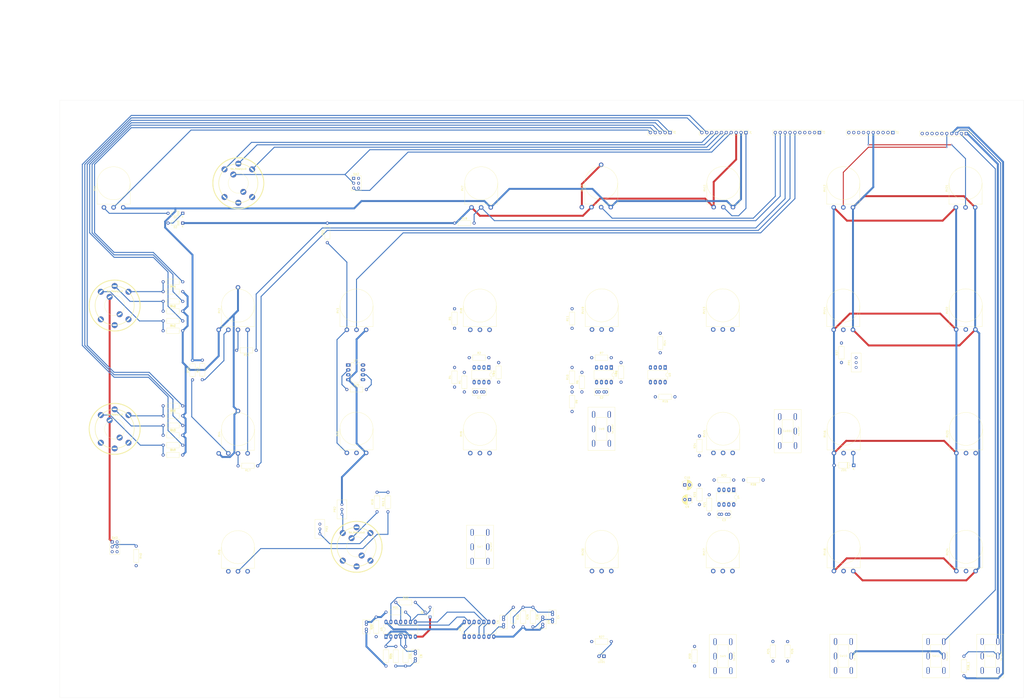
<source format=kicad_pcb>
(kicad_pcb (version 20171130) (host pcbnew "(5.1.6-0-10_14)")
  (layers (0 F.Cu signal) (31 B.Cu power) (34 B.Paste user) (35 F.Paste user) (36 B.SilkS user) (37 F.SilkS user) (38 B.Mask user) (39 F.Mask user) (44 Edge.Cuts user))
  (net 0 "")
  (net 1 "Net-(C1-Pad2)")
  (net 2 "Net-(C1-Pad1)")
  (net 3 "Net-(C2-Pad2)")
  (net 4 "Net-(C2-Pad1)")
  (net 5 "Net-(C3-Pad2)")
  (net 6 "Net-(C3-Pad1)")
  (net 7 "Net-(C4-Pad2)")
  (net 8 "Net-(C4-Pad1)")
  (net 9 GND)
  (net 10 "Net-(C6-Pad2)")
  (net 11 "Net-(C6-Pad1)")
  (net 12 -15V)
  (net 13 VCC)
  (net 14 "Net-(C8-Pad2)")
  (net 15 "Net-(C8-Pad1)")
  (net 16 +15V)
  (net 17 "Net-(D1-Pad2)")
  (net 18 "Net-(D1-Pad1)")
  (net 19 /10_PITCH_TRACK_VCF)
  (net 20 /9_PITCH_TRACK_VCF_ADSR)
  (net 21 /8_VCF_R)
  (net 22 /7_VCF_S)
  (net 23 /6_VCF_D)
  (net 24 /5_VCF_A)
  (net 25 /3_ADSR_CONT_VCA)
  (net 26 /2_ADSR_TRACK_VCA)
  (net 27 /20_RESONANCE_CONTROL)
  (net 28 /19_DEPTH)
  (net 29 /18_NOISE_VOLUME)
  (net 30 /16_VCA_A)
  (net 31 /14_VCA_R)
  (net 32 /13_VCA_S)
  (net 33 /12_VCA_D)
  (net 34 /30_VCF_ADSR_SWEEP)
  (net 35 /29_MASTER_VOL)
  (net 36 /28_VCO1_PWM_MOD)
  (net 37 /27_VCO2_PWM_MOD)
  (net 38 /26_VCO1_VOL)
  (net 39 /25_VCO2_VOL)
  (net 40 /24_TRANSPOSE)
  (net 41 /22_SYNC)
  (net 42 /21_VIBRATO)
  (net 43 /40_VCO2_TRI)
  (net 44 /39_VCO2_SAW)
  (net 45 /38_VOICE1)
  (net 46 /37_VOICE2)
  (net 47 /36_VOICE4)
  (net 48 /34_NEW_NOTE)
  (net 49 /31_VCF_FREQ)
  (net 50 /45_PORTAMENTO)
  (net 51 /44_VCO1_SQR)
  (net 52 /43_VCO1_TRI)
  (net 53 /42_VCO1_SAW)
  (net 54 /41_VCO2_SQR)
  (net 55 "Net-(LED1-Pad2)")
  (net 56 "Net-(PR1-Pad2)")
  (net 57 "Net-(PR1-Pad1)")
  (net 58 "Net-(PR2-Pad2)")
  (net 59 "Net-(PR3-Pad1)")
  (net 60 "Net-(Q1-Pad3)")
  (net 61 "Net-(Q1-Pad2)")
  (net 62 "Net-(R1-Pad2)")
  (net 63 "Net-(R2-Pad2)")
  (net 64 "Net-(R3-Pad1)")
  (net 65 "Net-(R4-Pad2)")
  (net 66 "Net-(R5-Pad1)")
  (net 67 "Net-(R6-Pad2)")
  (net 68 "Net-(R7-Pad2)")
  (net 69 "Net-(R8-Pad1)")
  (net 70 "Net-(R9-Pad2)")
  (net 71 "Net-(R10-Pad2)")
  (net 72 "Net-(R11-Pad1)")
  (net 73 "Net-(R12-Pad1)")
  (net 74 "Net-(R13-Pad2)")
  (net 75 "Net-(R14-Pad2)")
  (net 76 "Net-(R15-Pad2)")
  (net 77 "Net-(R16-Pad1)")
  (net 78 "Net-(R17-Pad2)")
  (net 79 "Net-(R19-Pad2)")
  (net 80 "Net-(R19-Pad1)")
  (net 81 "Net-(R21-Pad2)")
  (net 82 "Net-(R22-Pad2)")
  (net 83 "Net-(R23-Pad2)")
  (net 84 "Net-(R24-Pad1)")
  (net 85 "Net-(R32-Pad1)")
  (net 86 "Net-(R34-Pad1)")
  (net 87 "Net-(R36-Pad1)")
  (net 88 "Net-(R38-Pad1)")
  (net 89 "Net-(R40-Pad1)")
  (net 90 "Net-(R41-Pad1)")
  (net 91 "Net-(R43-Pad2)")
  (net 92 "Net-(R44-Pad2)")
  (net 93 "Net-(R47-Pad1)")
  (net 94 "Net-(R49-Pad2)")
  (net 95 "Net-(R50-Pad2)")
  (net 96 "Net-(R53-Pad1)")
  (net 97 "Net-(R53_1-Pad1)")
  (net 98 "Net-(RV9-Pad1)")
  (net 99 "Net-(RV17-Pad1)")
  (net 100 "Net-(U5-Pad13)")
  (net 101 "Net-(U5-Pad12)")
  (net 102 "Net-(U5-Pad8)")
  (net 103 "Net-(U6-Pad1)")
  (net 104 GNDD)
  (net 105 "Net-(R25-Pad1)")
  (net 106 "Net-(R26-Pad1)")
  (module Connector_PinHeader_2.54mm:PinHeader_1x10_P2.54mm_Vertical (layer F.Cu) (at 444.5 29.21 270)
    (fp_text reference J2 (at 0 -2.33 90) (layer F.SilkS))
    (fp_text value Conn_01x10)
    (pad 1 thru_hole rect (at 0 0 270) (size 1.7 1.7) (drill 1) (layers *.Cu *.Mask) (net 9 GND))
    (pad 2 thru_hole oval (at 0 2.54 270) (size 1.7 1.7) (drill 1) (layers *.Cu *.Mask) (net 33 /12_VCA_D))
    (pad 3 thru_hole oval (at 0 5.08 270) (size 1.7 1.7) (drill 1) (layers *.Cu *.Mask) (net 32 /13_VCA_S))
    (pad 4 thru_hole oval (at 0 7.62 270) (size 1.7 1.7) (drill 1) (layers *.Cu *.Mask) (net 31 /14_VCA_R))
    (pad 5 thru_hole oval (at 0 10.16 270) (size 1.7 1.7) (drill 1) (layers *.Cu *.Mask) (net 12 -15V))
    (pad 6 thru_hole oval (at 0 12.7 270) (size 1.7 1.7) (drill 1) (layers *.Cu *.Mask) (net 30 /16_VCA_A))
    (pad 7 thru_hole oval (at 0 15.24 270) (size 1.7 1.7) (drill 1) (layers *.Cu *.Mask) (net 9 GND))
    (pad 8 thru_hole oval (at 0 17.78 270) (size 1.7 1.7) (drill 1) (layers *.Cu *.Mask) (net 29 /18_NOISE_VOLUME))
    (pad 9 thru_hole oval (at 0 20.32 270) (size 1.7 1.7) (drill 1) (layers *.Cu *.Mask) (net 28 /19_DEPTH))
    (pad 10 thru_hole oval (at 0 22.86 270) (size 1.7 1.7) (drill 1) (layers *.Cu *.Mask) (net 27 /20_RESONANCE_CONTROL))
  )
  (module P5:SR2612F-0304-18R0B-D8-N (layer F.Cu) (at 166.37 244.221)
    (fp_text reference SW6)
    (fp_text value SW_Rotary1x3 (at 0.025 -7.45) (layer F.SilkS) (effects (font (size 0.8 0.8) (thickness 0.175))))
    (pad 4 thru_hole circle (at -2.6 -4.503332 30) (size 3.0988 3.0988) (drill oval 2 0.8) (layers *.Cu *.Mask) (net 80 "Net-(R19-Pad1)"))
    (pad 8 thru_hole circle (at 2.6 4.503332 30) (size 3.0988 3.0988) (drill oval 2 0.8) (layers *.Cu *.Mask))
    (pad 6 thru_hole circle (at 0 10.15) (size 3.0988 3.0988) (drill oval 2 0.8) (layers *.Cu *.Mask))
    (pad 5 thru_hole circle (at 7.177134 7.177134 45) (size 3.0988 3.0988) (drill oval 2 0.8) (layers *.Cu *.Mask))
    (pad 3 thru_hole circle (at 7.177134 -7.177134 315) (size 3.0988 3.0988) (drill oval 2 0.8) (layers *.Cu *.Mask) (net 59 "Net-(PR3-Pad1)"))
    (pad 2 thru_hole circle (at 0 -10.15) (size 3.0988 3.0988) (drill oval 2 0.8) (layers *.Cu *.Mask) (net 9 GND))
    (pad 1 thru_hole circle (at -7.177134 -7.177134 45) (size 3.0988 3.0988) (drill oval 2 0.8) (layers *.Cu *.Mask) (net 58 "Net-(PR2-Pad2)"))
    (pad 7 thru_hole circle (at -7.177134 7.177134 315) (size 3.0988 3.0988) (drill oval 2 0.8) (layers *.Cu *.Mask))
  )
  (module P5:SR2612F-0304-18R0B-D8-N (layer F.Cu) (at 105.029 55.499)
    (fp_text reference SW1)
    (fp_text value SW_Rotary1x3 (at 0.025 -7.45) (layer F.SilkS) (effects (font (size 0.8 0.8) (thickness 0.175))))
    (pad 4 thru_hole circle (at -2.6 -4.503332 30) (size 3.0988 3.0988) (drill oval 2 0.8) (layers *.Cu *.Mask) (net 104 GNDD))
    (pad 8 thru_hole circle (at 2.6 4.503332 30) (size 3.0988 3.0988) (drill oval 2 0.8) (layers *.Cu *.Mask))
    (pad 6 thru_hole circle (at 0 10.15) (size 3.0988 3.0988) (drill oval 2 0.8) (layers *.Cu *.Mask))
    (pad 5 thru_hole circle (at 7.177134 7.177134 45) (size 3.0988 3.0988) (drill oval 2 0.8) (layers *.Cu *.Mask))
    (pad 3 thru_hole circle (at 7.177134 -7.177134 315) (size 3.0988 3.0988) (drill oval 2 0.8) (layers *.Cu *.Mask) (net 47 /36_VOICE4))
    (pad 2 thru_hole circle (at 0 -10.15) (size 3.0988 3.0988) (drill oval 2 0.8) (layers *.Cu *.Mask) (net 46 /37_VOICE2))
    (pad 1 thru_hole circle (at -7.177134 -7.177134 45) (size 3.0988 3.0988) (drill oval 2 0.8) (layers *.Cu *.Mask) (net 45 /38_VOICE1))
    (pad 7 thru_hole circle (at -7.177134 7.177134 315) (size 3.0988 3.0988) (drill oval 2 0.8) (layers *.Cu *.Mask))
  )
  (module P5:SR2612F-0304-18R0B-D8-N (layer F.Cu) (at 40.894 118.999)
    (fp_text reference SW5)
    (fp_text value SW_Rotary1x3 (at 0.025 -7.45) (layer F.SilkS) (effects (font (size 0.8 0.8) (thickness 0.175))))
    (pad 4 thru_hole circle (at -2.6 -4.503332 30) (size 3.0988 3.0988) (drill oval 2 0.8) (layers *.Cu *.Mask) (net 16 +15V))
    (pad 8 thru_hole circle (at 2.6 4.503332 30) (size 3.0988 3.0988) (drill oval 2 0.8) (layers *.Cu *.Mask))
    (pad 6 thru_hole circle (at 0 10.15) (size 3.0988 3.0988) (drill oval 2 0.8) (layers *.Cu *.Mask))
    (pad 5 thru_hole circle (at 7.177134 7.177134 45) (size 3.0988 3.0988) (drill oval 2 0.8) (layers *.Cu *.Mask))
    (pad 3 thru_hole circle (at 7.177134 -7.177134 315) (size 3.0988 3.0988) (drill oval 2 0.8) (layers *.Cu *.Mask) (net 92 "Net-(R44-Pad2)"))
    (pad 2 thru_hole circle (at 0 -10.15) (size 3.0988 3.0988) (drill oval 2 0.8) (layers *.Cu *.Mask) (net 91 "Net-(R43-Pad2)"))
    (pad 1 thru_hole circle (at -7.177134 -7.177134 45) (size 3.0988 3.0988) (drill oval 2 0.8) (layers *.Cu *.Mask) (net 90 "Net-(R41-Pad1)"))
    (pad 7 thru_hole circle (at -7.177134 7.177134 315) (size 3.0988 3.0988) (drill oval 2 0.8) (layers *.Cu *.Mask))
  )
  (module P5:SR2612F-0304-18R0B-D8-N (layer F.Cu) (at 40.894 183.007)
    (fp_text reference SW4)
    (fp_text value SW_Rotary1x3 (at 0.025 -7.45) (layer F.SilkS) (effects (font (size 0.8 0.8) (thickness 0.175))))
    (pad 4 thru_hole circle (at -2.6 -4.503332 30) (size 3.0988 3.0988) (drill oval 2 0.8) (layers *.Cu *.Mask) (net 16 +15V))
    (pad 8 thru_hole circle (at 2.6 4.503332 30) (size 3.0988 3.0988) (drill oval 2 0.8) (layers *.Cu *.Mask))
    (pad 6 thru_hole circle (at 0 10.15) (size 3.0988 3.0988) (drill oval 2 0.8) (layers *.Cu *.Mask))
    (pad 5 thru_hole circle (at 7.177134 7.177134 45) (size 3.0988 3.0988) (drill oval 2 0.8) (layers *.Cu *.Mask))
    (pad 3 thru_hole circle (at 7.177134 -7.177134 315) (size 3.0988 3.0988) (drill oval 2 0.8) (layers *.Cu *.Mask) (net 95 "Net-(R50-Pad2)"))
    (pad 2 thru_hole circle (at 0 -10.15) (size 3.0988 3.0988) (drill oval 2 0.8) (layers *.Cu *.Mask) (net 94 "Net-(R49-Pad2)"))
    (pad 1 thru_hole circle (at -7.177134 -7.177134 45) (size 3.0988 3.0988) (drill oval 2 0.8) (layers *.Cu *.Mask) (net 93 "Net-(R47-Pad1)"))
    (pad 7 thru_hole circle (at -7.177134 7.177134 315) (size 3.0988 3.0988) (drill oval 2 0.8) (layers *.Cu *.Mask))
  )
  (module Diode_THT:D_A-405_P10.16mm_Horizontal (layer F.Cu) (at 424.18 201.93 180)
    (fp_text reference ZD1 (at 5.08 -2.47) (layer F.SilkS))
    (fp_text value 5V1)
    (fp_text user K (at 0 -1.9) (layer F.SilkS))
    (pad 1 thru_hole rect (at 0 0 180) (size 1.8 1.8) (drill 0.9) (layers *.Cu *.Mask) (net 56 "Net-(PR1-Pad2)"))
    (pad 2 thru_hole oval (at 10.16 0 180) (size 1.8 1.8) (drill 0.9) (layers *.Cu *.Mask) (net 9 GND))
  )
  (module Package_DIP:DIP-8_W7.62mm_LongPads (layer F.Cu) (at 162.052 149.86)
    (fp_text reference U7 (at 3.81 -2.33) (layer F.SilkS))
    (fp_text value LM741)
    (pad 1 thru_hole rect (at 0 0) (size 2.4 1.6) (drill 0.8) (layers *.Cu *.Mask))
    (pad 5 thru_hole oval (at 7.62 7.62) (size 2.4 1.6) (drill 0.8) (layers *.Cu *.Mask))
    (pad 2 thru_hole oval (at 0 2.54) (size 2.4 1.6) (drill 0.8) (layers *.Cu *.Mask) (net 79 "Net-(R19-Pad2)"))
    (pad 6 thru_hole oval (at 7.62 5.08) (size 2.4 1.6) (drill 0.8) (layers *.Cu *.Mask) (net 40 /24_TRANSPOSE))
    (pad 3 thru_hole oval (at 0 5.08) (size 2.4 1.6) (drill 0.8) (layers *.Cu *.Mask) (net 9 GND))
    (pad 7 thru_hole oval (at 7.62 2.54) (size 2.4 1.6) (drill 0.8) (layers *.Cu *.Mask) (net 12 -15V))
    (pad 4 thru_hole oval (at 0 7.62) (size 2.4 1.6) (drill 0.8) (layers *.Cu *.Mask) (net 16 +15V))
    (pad 8 thru_hole oval (at 7.62 0) (size 2.4 1.6) (drill 0.8) (layers *.Cu *.Mask))
  )
  (module Package_DIP:DIP-14_W7.62mm_LongPads (layer F.Cu) (at 222.25 290.83 90)
    (fp_text reference U6 (at 3.81 -2.33 90) (layer F.SilkS))
    (fp_text value 4006)
    (pad 1 thru_hole rect (at 0 0 90) (size 2.4 1.6) (drill 0.8) (layers *.Cu *.Mask) (net 103 "Net-(U6-Pad1)"))
    (pad 8 thru_hole oval (at 7.62 15.24 90) (size 2.4 1.6) (drill 0.8) (layers *.Cu *.Mask))
    (pad 2 thru_hole oval (at 0 2.54 90) (size 2.4 1.6) (drill 0.8) (layers *.Cu *.Mask))
    (pad 9 thru_hole oval (at 7.62 12.7 90) (size 2.4 1.6) (drill 0.8) (layers *.Cu *.Mask) (net 100 "Net-(U5-Pad13)"))
    (pad 3 thru_hole oval (at 0 5.08 90) (size 2.4 1.6) (drill 0.8) (layers *.Cu *.Mask) (net 15 "Net-(C8-Pad1)"))
    (pad 10 thru_hole oval (at 7.62 10.16 90) (size 2.4 1.6) (drill 0.8) (layers *.Cu *.Mask) (net 102 "Net-(U5-Pad8)"))
    (pad 4 thru_hole oval (at 0 7.62 90) (size 2.4 1.6) (drill 0.8) (layers *.Cu *.Mask) (net 102 "Net-(U5-Pad8)"))
    (pad 11 thru_hole oval (at 7.62 7.62 90) (size 2.4 1.6) (drill 0.8) (layers *.Cu *.Mask))
    (pad 5 thru_hole oval (at 0 10.16 90) (size 2.4 1.6) (drill 0.8) (layers *.Cu *.Mask) (net 100 "Net-(U5-Pad13)"))
    (pad 12 thru_hole oval (at 7.62 5.08 90) (size 2.4 1.6) (drill 0.8) (layers *.Cu *.Mask) (net 103 "Net-(U6-Pad1)"))
    (pad 6 thru_hole oval (at 0 12.7 90) (size 2.4 1.6) (drill 0.8) (layers *.Cu *.Mask) (net 11 "Net-(C6-Pad1)"))
    (pad 13 thru_hole oval (at 7.62 2.54 90) (size 2.4 1.6) (drill 0.8) (layers *.Cu *.Mask) (net 101 "Net-(U5-Pad12)"))
    (pad 7 thru_hole oval (at 0 15.24 90) (size 2.4 1.6) (drill 0.8) (layers *.Cu *.Mask) (net 9 GND))
    (pad 14 thru_hole oval (at 7.62 0 90) (size 2.4 1.6) (drill 0.8) (layers *.Cu *.Mask) (net 16 +15V))
  )
  (module Package_DIP:DIP-14_W7.62mm_LongPads (layer F.Cu) (at 181.61 290.83 90)
    (fp_text reference U5 (at 3.81 -2.33 90) (layer F.SilkS))
    (fp_text value 4070)
    (pad 1 thru_hole rect (at 0 0 90) (size 2.4 1.6) (drill 0.8) (layers *.Cu *.Mask) (net 13 VCC))
    (pad 8 thru_hole oval (at 7.62 15.24 90) (size 2.4 1.6) (drill 0.8) (layers *.Cu *.Mask) (net 102 "Net-(U5-Pad8)"))
    (pad 2 thru_hole oval (at 0 2.54 90) (size 2.4 1.6) (drill 0.8) (layers *.Cu *.Mask) (net 86 "Net-(R34-Pad1)"))
    (pad 9 thru_hole oval (at 7.62 12.7 90) (size 2.4 1.6) (drill 0.8) (layers *.Cu *.Mask) (net 60 "Net-(Q1-Pad3)"))
    (pad 3 thru_hole oval (at 0 5.08 90) (size 2.4 1.6) (drill 0.8) (layers *.Cu *.Mask) (net 87 "Net-(R36-Pad1)"))
    (pad 10 thru_hole oval (at 7.62 10.16 90) (size 2.4 1.6) (drill 0.8) (layers *.Cu *.Mask) (net 11 "Net-(C6-Pad1)"))
    (pad 4 thru_hole oval (at 0 7.62 90) (size 2.4 1.6) (drill 0.8) (layers *.Cu *.Mask) (net 15 "Net-(C8-Pad1)"))
    (pad 11 thru_hole oval (at 7.62 7.62 90) (size 2.4 1.6) (drill 0.8) (layers *.Cu *.Mask) (net 85 "Net-(R32-Pad1)"))
    (pad 5 thru_hole oval (at 0 10.16 90) (size 2.4 1.6) (drill 0.8) (layers *.Cu *.Mask) (net 87 "Net-(R36-Pad1)"))
    (pad 12 thru_hole oval (at 7.62 5.08 90) (size 2.4 1.6) (drill 0.8) (layers *.Cu *.Mask) (net 101 "Net-(U5-Pad12)"))
    (pad 6 thru_hole oval (at 0 12.7 90) (size 2.4 1.6) (drill 0.8) (layers *.Cu *.Mask) (net 13 VCC))
    (pad 13 thru_hole oval (at 7.62 2.54 90) (size 2.4 1.6) (drill 0.8) (layers *.Cu *.Mask) (net 100 "Net-(U5-Pad13)"))
    (pad 7 thru_hole oval (at 0 15.24 90) (size 2.4 1.6) (drill 0.8) (layers *.Cu *.Mask) (net 9 GND))
    (pad 14 thru_hole oval (at 7.62 0 90) (size 2.4 1.6) (drill 0.8) (layers *.Cu *.Mask) (net 16 +15V))
  )
  (module Package_DIP:DIP-8_W7.62mm_LongPads (layer F.Cu) (at 361.95 214.63 270)
    (fp_text reference U4 (at 3.81 -2.33 90) (layer F.SilkS))
    (fp_text value TL072)
    (pad 1 thru_hole rect (at 0 0 270) (size 2.4 1.6) (drill 0.8) (layers *.Cu *.Mask) (net 82 "Net-(R22-Pad2)"))
    (pad 5 thru_hole oval (at 7.62 7.62 270) (size 2.4 1.6) (drill 0.8) (layers *.Cu *.Mask) (net 5 "Net-(C3-Pad2)"))
    (pad 2 thru_hole oval (at 0 2.54 270) (size 2.4 1.6) (drill 0.8) (layers *.Cu *.Mask) (net 9 GND))
    (pad 6 thru_hole oval (at 7.62 5.08 270) (size 2.4 1.6) (drill 0.8) (layers *.Cu *.Mask) (net 9 GND))
    (pad 3 thru_hole oval (at 0 5.08 270) (size 2.4 1.6) (drill 0.8) (layers *.Cu *.Mask) (net 81 "Net-(R21-Pad2)"))
    (pad 7 thru_hole oval (at 7.62 2.54 270) (size 2.4 1.6) (drill 0.8) (layers *.Cu *.Mask) (net 6 "Net-(C3-Pad1)"))
    (pad 4 thru_hole oval (at 0 7.62 270) (size 2.4 1.6) (drill 0.8) (layers *.Cu *.Mask) (net 106 "Net-(R26-Pad1)"))
    (pad 8 thru_hole oval (at 7.62 0 270) (size 2.4 1.6) (drill 0.8) (layers *.Cu *.Mask) (net 105 "Net-(R25-Pad1)"))
  )
  (module Package_DIP:DIP-8_W7.62mm_LongPads (layer F.Cu) (at 326.39 151.13 270)
    (fp_text reference U3 (at 3.81 -2.33 90) (layer F.SilkS))
    (fp_text value LM741)
    (pad 1 thru_hole rect (at 0 0 270) (size 2.4 1.6) (drill 0.8) (layers *.Cu *.Mask))
    (pad 5 thru_hole oval (at 7.62 7.62 270) (size 2.4 1.6) (drill 0.8) (layers *.Cu *.Mask))
    (pad 2 thru_hole oval (at 0 2.54 270) (size 2.4 1.6) (drill 0.8) (layers *.Cu *.Mask) (net 75 "Net-(R14-Pad2)"))
    (pad 6 thru_hole oval (at 7.62 5.08 270) (size 2.4 1.6) (drill 0.8) (layers *.Cu *.Mask) (net 76 "Net-(R15-Pad2)"))
    (pad 3 thru_hole oval (at 0 5.08 270) (size 2.4 1.6) (drill 0.8) (layers *.Cu *.Mask) (net 9 GND))
    (pad 7 thru_hole oval (at 7.62 2.54 270) (size 2.4 1.6) (drill 0.8) (layers *.Cu *.Mask) (net 16 +15V))
    (pad 4 thru_hole oval (at 0 7.62 270) (size 2.4 1.6) (drill 0.8) (layers *.Cu *.Mask) (net 12 -15V))
    (pad 8 thru_hole oval (at 7.62 0 270) (size 2.4 1.6) (drill 0.8) (layers *.Cu *.Mask))
  )
  (module Package_DIP:DIP-8_W7.62mm_LongPads (layer F.Cu) (at 298.45 151.13 270)
    (fp_text reference U2 (at 3.81 -2.33 90) (layer F.SilkS))
    (fp_text value TL072)
    (pad 1 thru_hole rect (at 0 0 270) (size 2.4 1.6) (drill 0.8) (layers *.Cu *.Mask) (net 68 "Net-(R7-Pad2)"))
    (pad 5 thru_hole oval (at 7.62 7.62 270) (size 2.4 1.6) (drill 0.8) (layers *.Cu *.Mask) (net 3 "Net-(C2-Pad2)"))
    (pad 2 thru_hole oval (at 0 2.54 270) (size 2.4 1.6) (drill 0.8) (layers *.Cu *.Mask) (net 9 GND))
    (pad 6 thru_hole oval (at 7.62 5.08 270) (size 2.4 1.6) (drill 0.8) (layers *.Cu *.Mask) (net 9 GND))
    (pad 3 thru_hole oval (at 0 5.08 270) (size 2.4 1.6) (drill 0.8) (layers *.Cu *.Mask) (net 67 "Net-(R6-Pad2)"))
    (pad 7 thru_hole oval (at 7.62 2.54 270) (size 2.4 1.6) (drill 0.8) (layers *.Cu *.Mask) (net 4 "Net-(C2-Pad1)"))
    (pad 4 thru_hole oval (at 0 7.62 270) (size 2.4 1.6) (drill 0.8) (layers *.Cu *.Mask) (net 106 "Net-(R26-Pad1)"))
    (pad 8 thru_hole oval (at 7.62 0 270) (size 2.4 1.6) (drill 0.8) (layers *.Cu *.Mask) (net 105 "Net-(R25-Pad1)"))
  )
  (module Package_DIP:DIP-8_W7.62mm_LongPads (layer F.Cu) (at 234.95 151.13 270)
    (fp_text reference U1 (at 3.81 -2.33 90) (layer F.SilkS))
    (fp_text value TL072)
    (pad 1 thru_hole rect (at 0 0 270) (size 2.4 1.6) (drill 0.8) (layers *.Cu *.Mask) (net 63 "Net-(R2-Pad2)"))
    (pad 5 thru_hole oval (at 7.62 7.62 270) (size 2.4 1.6) (drill 0.8) (layers *.Cu *.Mask) (net 1 "Net-(C1-Pad2)"))
    (pad 2 thru_hole oval (at 0 2.54 270) (size 2.4 1.6) (drill 0.8) (layers *.Cu *.Mask) (net 9 GND))
    (pad 6 thru_hole oval (at 7.62 5.08 270) (size 2.4 1.6) (drill 0.8) (layers *.Cu *.Mask) (net 9 GND))
    (pad 3 thru_hole oval (at 0 5.08 270) (size 2.4 1.6) (drill 0.8) (layers *.Cu *.Mask) (net 62 "Net-(R1-Pad2)"))
    (pad 7 thru_hole oval (at 7.62 2.54 270) (size 2.4 1.6) (drill 0.8) (layers *.Cu *.Mask) (net 2 "Net-(C1-Pad1)"))
    (pad 4 thru_hole oval (at 0 7.62 270) (size 2.4 1.6) (drill 0.8) (layers *.Cu *.Mask) (net 106 "Net-(R26-Pad1)"))
    (pad 8 thru_hole oval (at 7.62 0 270) (size 2.4 1.6) (drill 0.8) (layers *.Cu *.Mask) (net 105 "Net-(R25-Pad1)"))
  )
  (module P5:11-SS-22-701C (layer F.Cu) (at 389.89 184.15)
    (fp_text reference SW8B1 (at 0 0 180) (layer F.SilkS) (effects (font (thickness 0.1))))
    (fp_text value SW_SPDT (at 5.8 0 90) (layer F.SilkS) (effects (font (size 0.75 0.75) (thickness 0.1))))
    (pad 2 thru_hole oval (at 4.01 0) (size 1.7 3.5) (drill oval 0.8 3.1) (layers *.Cu *.Mask) (net 99 "Net-(RV17-Pad1)"))
    (pad 1 thru_hole oval (at 4.01 -7.5) (size 1.7 3.5) (drill oval 0.8 3.1) (layers *.Cu *.Mask) (net 6 "Net-(C3-Pad1)"))
    (pad 3 thru_hole oval (at 4.1 7.5) (size 1.7 3.5) (drill oval 0.8 3.1) (layers *.Cu *.Mask) (net 88 "Net-(R38-Pad1)"))
    (pad 4 thru_hole oval (at -4.1 -7.5) (size 1.7 3.5) (drill oval 0.8 3.1) (layers *.Cu *.Mask))
    (pad 5 thru_hole oval (at -4.1 0) (size 1.7 3.5) (drill oval 0.8 3.1) (layers *.Cu *.Mask))
    (pad 6 thru_hole oval (at -4.1 7.5) (size 1.7 3.5) (drill oval 0.8 3.1) (layers *.Cu *.Mask))
  )
  (module P5:11-SS-22-701C (layer F.Cu) (at 494.919 300.863)
    (fp_text reference SW12 (at 0 0 180) (layer F.SilkS) (effects (font (thickness 0.1))))
    (fp_text value SW_SPST (at 5.8 0 90) (layer F.SilkS) (effects (font (size 0.75 0.75) (thickness 0.1))))
    (pad 2 thru_hole oval (at 4.01 0) (size 1.7 3.5) (drill oval 0.8 3.1) (layers *.Cu *.Mask) (net 25 /3_ADSR_CONT_VCA))
    (pad 1 thru_hole oval (at 4.01 -7.5) (size 1.7 3.5) (drill oval 0.8 3.1) (layers *.Cu *.Mask) (net 12 -15V))
    (pad 3 thru_hole oval (at 4.1 7.5) (size 1.7 3.5) (drill oval 0.8 3.1) (layers *.Cu *.Mask))
    (pad 4 thru_hole oval (at -4.1 -7.5) (size 1.7 3.5) (drill oval 0.8 3.1) (layers *.Cu *.Mask))
    (pad 5 thru_hole oval (at -4.1 0) (size 1.7 3.5) (drill oval 0.8 3.1) (layers *.Cu *.Mask))
    (pad 6 thru_hole oval (at -4.1 7.5) (size 1.7 3.5) (drill oval 0.8 3.1) (layers *.Cu *.Mask))
  )
  (module P5:11-SS-22-701C (layer F.Cu) (at 466.852 300.863)
    (fp_text reference SW11 (at 0 0 180) (layer F.SilkS) (effects (font (thickness 0.1))))
    (fp_text value SW_SPDT (at 5.8 0 90) (layer F.SilkS) (effects (font (size 0.75 0.75) (thickness 0.1))))
    (pad 2 thru_hole oval (at 4.01 0) (size 1.7 3.5) (drill oval 0.8 3.1) (layers *.Cu *.Mask) (net 12 -15V))
    (pad 1 thru_hole oval (at 4.01 -7.5) (size 1.7 3.5) (drill oval 0.8 3.1) (layers *.Cu *.Mask) (net 26 /2_ADSR_TRACK_VCA))
    (pad 3 thru_hole oval (at 4.1 7.5) (size 1.7 3.5) (drill oval 0.8 3.1) (layers *.Cu *.Mask))
    (pad 4 thru_hole oval (at -4.1 -7.5) (size 1.7 3.5) (drill oval 0.8 3.1) (layers *.Cu *.Mask))
    (pad 5 thru_hole oval (at -4.1 0) (size 1.7 3.5) (drill oval 0.8 3.1) (layers *.Cu *.Mask))
    (pad 6 thru_hole oval (at -4.1 7.5) (size 1.7 3.5) (drill oval 0.8 3.1) (layers *.Cu *.Mask))
  )
  (module P5:11-SS-22-701C (layer F.Cu) (at 418.846 300.863)
    (fp_text reference SW10 (at 0 0 180) (layer F.SilkS) (effects (font (thickness 0.1))))
    (fp_text value SW_SPDT (at 5.8 0 90) (layer F.SilkS) (effects (font (size 0.75 0.75) (thickness 0.1))))
    (pad 2 thru_hole oval (at 4.01 0) (size 1.7 3.5) (drill oval 0.8 3.1) (layers *.Cu *.Mask) (net 12 -15V))
    (pad 1 thru_hole oval (at 4.01 -7.5) (size 1.7 3.5) (drill oval 0.8 3.1) (layers *.Cu *.Mask) (net 20 /9_PITCH_TRACK_VCF_ADSR))
    (pad 3 thru_hole oval (at 4.1 7.5) (size 1.7 3.5) (drill oval 0.8 3.1) (layers *.Cu *.Mask))
    (pad 4 thru_hole oval (at -4.1 -7.5) (size 1.7 3.5) (drill oval 0.8 3.1) (layers *.Cu *.Mask))
    (pad 5 thru_hole oval (at -4.1 0) (size 1.7 3.5) (drill oval 0.8 3.1) (layers *.Cu *.Mask))
    (pad 6 thru_hole oval (at -4.1 7.5) (size 1.7 3.5) (drill oval 0.8 3.1) (layers *.Cu *.Mask))
  )
  (module P5:11-SS-22-701C (layer F.Cu) (at 356.362 300.99)
    (fp_text reference SW9 (at 0 0 180) (layer F.SilkS) (effects (font (thickness 0.1))))
    (fp_text value SW_SPST (at 5.8 0 90) (layer F.SilkS) (effects (font (size 0.75 0.75) (thickness 0.1))))
    (pad 2 thru_hole oval (at 4.01 0) (size 1.7 3.5) (drill oval 0.8 3.1) (layers *.Cu *.Mask) (net 16 +15V))
    (pad 1 thru_hole oval (at 4.01 -7.5) (size 1.7 3.5) (drill oval 0.8 3.1) (layers *.Cu *.Mask) (net 19 /10_PITCH_TRACK_VCF))
    (pad 3 thru_hole oval (at 4.1 7.5) (size 1.7 3.5) (drill oval 0.8 3.1) (layers *.Cu *.Mask))
    (pad 4 thru_hole oval (at -4.1 -7.5) (size 1.7 3.5) (drill oval 0.8 3.1) (layers *.Cu *.Mask))
    (pad 5 thru_hole oval (at -4.1 0) (size 1.7 3.5) (drill oval 0.8 3.1) (layers *.Cu *.Mask))
    (pad 6 thru_hole oval (at -4.1 7.5) (size 1.7 3.5) (drill oval 0.8 3.1) (layers *.Cu *.Mask))
  )
  (module P5:11-SS-22-701C (layer F.Cu) (at 293.37 183.007)
    (fp_text reference SW8 (at 0 0 180) (layer F.SilkS) (effects (font (thickness 0.1))))
    (fp_text value SW_SPDT (at 5.8 0 90) (layer F.SilkS) (effects (font (size 0.75 0.75) (thickness 0.1))))
    (pad 2 thru_hole oval (at 4.01 0) (size 1.7 3.5) (drill oval 0.8 3.1) (layers *.Cu *.Mask) (net 75 "Net-(R14-Pad2)"))
    (pad 1 thru_hole oval (at 4.01 -7.5) (size 1.7 3.5) (drill oval 0.8 3.1) (layers *.Cu *.Mask) (net 70 "Net-(R9-Pad2)"))
    (pad 3 thru_hole oval (at 4.1 7.5) (size 1.7 3.5) (drill oval 0.8 3.1) (layers *.Cu *.Mask) (net 69 "Net-(R8-Pad1)"))
    (pad 4 thru_hole oval (at -4.1 -7.5) (size 1.7 3.5) (drill oval 0.8 3.1) (layers *.Cu *.Mask))
    (pad 5 thru_hole oval (at -4.1 0) (size 1.7 3.5) (drill oval 0.8 3.1) (layers *.Cu *.Mask))
    (pad 6 thru_hole oval (at -4.1 7.5) (size 1.7 3.5) (drill oval 0.8 3.1) (layers *.Cu *.Mask))
  )
  (module P5:11-SS-22-701C (layer F.Cu) (at 230.378 244.221)
    (fp_text reference SW7 (at 0 0 180) (layer F.SilkS) (effects (font (thickness 0.1))))
    (fp_text value SW_SPDT (at 5.8 0 90) (layer F.SilkS) (effects (font (size 0.75 0.75) (thickness 0.1))))
    (pad 2 thru_hole oval (at 4.01 0) (size 1.7 3.5) (drill oval 0.8 3.1) (layers *.Cu *.Mask) (net 98 "Net-(RV9-Pad1)"))
    (pad 1 thru_hole oval (at 4.01 -7.5) (size 1.7 3.5) (drill oval 0.8 3.1) (layers *.Cu *.Mask) (net 2 "Net-(C1-Pad1)"))
    (pad 3 thru_hole oval (at 4.1 7.5) (size 1.7 3.5) (drill oval 0.8 3.1) (layers *.Cu *.Mask) (net 64 "Net-(R3-Pad1)"))
    (pad 4 thru_hole oval (at -4.1 -7.5) (size 1.7 3.5) (drill oval 0.8 3.1) (layers *.Cu *.Mask))
    (pad 5 thru_hole oval (at -4.1 0) (size 1.7 3.5) (drill oval 0.8 3.1) (layers *.Cu *.Mask))
    (pad 6 thru_hole oval (at -4.1 7.5) (size 1.7 3.5) (drill oval 0.8 3.1) (layers *.Cu *.Mask))
  )
  (module Button_Switch_THT:SW_NKK_G1xJP (layer F.Cu) (at 39.624 241.681)
    (fp_text reference SW3 (at 1.27 -2.2) (layer F.SilkS))
    (fp_text value SW_SPDT)
    (pad 1 thru_hole rect (at 0 0) (size 1.524 1.524) (drill 0.8128) (layers *.Cu *.Mask) (net 16 +15V))
    (pad 2 thru_hole circle (at 0 2.54) (size 1.524 1.524) (drill 0.8128) (layers *.Cu *.Mask) (net 89 "Net-(R40-Pad1)"))
    (pad 3 thru_hole circle (at 0 5.08) (size 1.524 1.524) (drill 0.8128) (layers *.Cu *.Mask) (net 9 GND))
    (pad 4 thru_hole circle (at 2.54 5.08) (size 1.524 1.524) (drill 0.8128) (layers *.Cu *.Mask))
    (pad 5 thru_hole circle (at 2.54 2.54) (size 1.524 1.524) (drill 0.8128) (layers *.Cu *.Mask))
    (pad 6 thru_hole circle (at 2.54 0) (size 1.524 1.524) (drill 0.8128) (layers *.Cu *.Mask))
  )
  (module Button_Switch_THT:SW_NKK_G1xJP (layer F.Cu) (at 164.846 52.959)
    (fp_text reference SW2 (at 1.27 -2.2) (layer F.SilkS))
    (fp_text value SW_SPDT)
    (pad 1 thru_hole rect (at 0 0) (size 1.524 1.524) (drill 0.8128) (layers *.Cu *.Mask))
    (pad 2 thru_hole circle (at 0 2.54) (size 1.524 1.524) (drill 0.8128) (layers *.Cu *.Mask) (net 104 GNDD))
    (pad 3 thru_hole circle (at 0 5.08) (size 1.524 1.524) (drill 0.8128) (layers *.Cu *.Mask) (net 48 /34_NEW_NOTE))
    (pad 4 thru_hole circle (at 2.54 5.08) (size 1.524 1.524) (drill 0.8128) (layers *.Cu *.Mask))
    (pad 5 thru_hole circle (at 2.54 2.54) (size 1.524 1.524) (drill 0.8128) (layers *.Cu *.Mask))
    (pad 6 thru_hole circle (at 2.54 0) (size 1.524 1.524) (drill 0.8128) (layers *.Cu *.Mask))
  )
  (module Potentiometer_THT:Potentiometer_Omeg_PC16BU_Vertical (layer F.Cu) (at 487.426 256.794 90)
    (fp_text reference RV24 (at 9.915 -14.7 90) (layer F.SilkS))
    (fp_text value 4k7)
    (pad 3 thru_hole circle (at 0 -10 90) (size 2.34 2.34) (drill 1.3) (layers *.Cu *.Mask) (net 9 GND))
    (pad 2 thru_hole circle (at 0 -5 90) (size 2.34 2.34) (drill 1.3) (layers *.Cu *.Mask) (net 31 /14_VCA_R))
    (pad 1 thru_hole circle (at 0 0 90) (size 2.34 2.34) (drill 1.3) (layers *.Cu *.Mask) (net 12 -15V))
  )
  (module Potentiometer_THT:Potentiometer_Omeg_PC16BU_Vertical (layer F.Cu) (at 487.426 195.58 90)
    (fp_text reference RV23 (at 9.915 -14.7 90) (layer F.SilkS))
    (fp_text value 10k)
    (pad 3 thru_hole circle (at 0 -10 90) (size 2.34 2.34) (drill 1.3) (layers *.Cu *.Mask) (net 9 GND))
    (pad 2 thru_hole circle (at 0 -5 90) (size 2.34 2.34) (drill 1.3) (layers *.Cu *.Mask) (net 32 /13_VCA_S))
    (pad 1 thru_hole circle (at 0 0 90) (size 2.34 2.34) (drill 1.3) (layers *.Cu *.Mask) (net 56 "Net-(PR1-Pad2)"))
  )
  (module Potentiometer_THT:Potentiometer_Omeg_PC16BU_Vertical (layer F.Cu) (at 487.299 131.445 90)
    (fp_text reference RV22 (at 9.915 -14.7 90) (layer F.SilkS))
    (fp_text value 4k7)
    (pad 3 thru_hole circle (at 0 -10 90) (size 2.34 2.34) (drill 1.3) (layers *.Cu *.Mask) (net 9 GND))
    (pad 2 thru_hole circle (at 0 -5 90) (size 2.34 2.34) (drill 1.3) (layers *.Cu *.Mask) (net 33 /12_VCA_D))
    (pad 1 thru_hole circle (at 0 0 90) (size 2.34 2.34) (drill 1.3) (layers *.Cu *.Mask) (net 12 -15V))
  )
  (module Potentiometer_THT:Potentiometer_Omeg_PC16BU_Vertical (layer F.Cu) (at 487.172 68.072 90)
    (fp_text reference RV21 (at 9.915 -14.7 90) (layer F.SilkS))
    (fp_text value 4k7)
    (pad 3 thru_hole circle (at 0 -10 90) (size 2.34 2.34) (drill 1.3) (layers *.Cu *.Mask) (net 9 GND))
    (pad 2 thru_hole circle (at 0 -5 90) (size 2.34 2.34) (drill 1.3) (layers *.Cu *.Mask) (net 30 /16_VCA_A))
    (pad 1 thru_hole circle (at 0 0 90) (size 2.34 2.34) (drill 1.3) (layers *.Cu *.Mask) (net 12 -15V))
  )
  (module Potentiometer_THT:Potentiometer_Omeg_PC16BU_Vertical (layer F.Cu) (at 298.45 256.794 90)
    (fp_text reference RV20 (at 9.915 -14.7 90) (layer F.SilkS))
    (fp_text value 10K)
    (pad 3 thru_hole circle (at 0 -10 90) (size 2.34 2.34) (drill 1.3) (layers *.Cu *.Mask) (net 9 GND))
    (pad 2 thru_hole circle (at 0 -5 90) (size 2.34 2.34) (drill 1.3) (layers *.Cu *.Mask) (net 29 /18_NOISE_VOLUME))
    (pad 1 thru_hole circle (at 0 0 90) (size 2.34 2.34) (drill 1.3) (layers *.Cu *.Mask) (net 8 "Net-(C4-Pad1)"))
  )
  (module Potentiometer_THT:Potentiometer_Omeg_PC16BU_Vertical (layer F.Cu) (at 298.45 131.445 90)
    (fp_text reference RV19 (at 9.915 -14.7 90) (layer F.SilkS))
    (fp_text value 10K)
    (pad 3 thru_hole circle (at 0 -10 90) (size 2.34 2.34) (drill 1.3) (layers *.Cu *.Mask) (net 72 "Net-(R11-Pad1)"))
    (pad 2 thru_hole circle (at 0 -5 90) (size 2.34 2.34) (drill 1.3) (layers *.Cu *.Mask) (net 71 "Net-(R10-Pad2)"))
    (pad 1 thru_hole circle (at 0 0 90) (size 2.34 2.34) (drill 1.3) (layers *.Cu *.Mask) (net 68 "Net-(R7-Pad2)"))
  )
  (module Potentiometer_THT:Potentiometer_Omeg_PC16BU_Vertical (layer F.Cu) (at 423.926 256.794 90)
    (fp_text reference RV18 (at 9.915 -14.7 90) (layer F.SilkS))
    (fp_text value 4k7)
    (pad 3 thru_hole circle (at 0 -10 90) (size 2.34 2.34) (drill 1.3) (layers *.Cu *.Mask) (net 9 GND))
    (pad 2 thru_hole circle (at 0 -5 90) (size 2.34 2.34) (drill 1.3) (layers *.Cu *.Mask) (net 21 /8_VCF_R))
    (pad 1 thru_hole circle (at 0 0 90) (size 2.34 2.34) (drill 1.3) (layers *.Cu *.Mask) (net 12 -15V))
  )
  (module Potentiometer_THT:Potentiometer_Omeg_PC16BU_Vertical (layer F.Cu) (at 361.315 256.794 90)
    (fp_text reference RV17 (at 9.915 -14.7 90) (layer F.SilkS))
    (fp_text value 10K)
    (pad 3 thru_hole circle (at 0 -10 90) (size 2.34 2.34) (drill 1.3) (layers *.Cu *.Mask) (net 9 GND))
    (pad 2 thru_hole circle (at 0 -5 90) (size 2.34 2.34) (drill 1.3) (layers *.Cu *.Mask) (net 28 /19_DEPTH))
    (pad 1 thru_hole circle (at 0 0 90) (size 2.34 2.34) (drill 1.3) (layers *.Cu *.Mask) (net 99 "Net-(RV17-Pad1)"))
  )
  (module Potentiometer_THT:Potentiometer_Omeg_PC16BU_Vertical (layer F.Cu) (at 423.926 195.58 90)
    (fp_text reference RV16 (at 9.915 -14.7 90) (layer F.SilkS))
    (fp_text value 10k)
    (pad 3 thru_hole circle (at 0 -10 90) (size 2.34 2.34) (drill 1.3) (layers *.Cu *.Mask) (net 9 GND))
    (pad 2 thru_hole circle (at 0 -5 90) (size 2.34 2.34) (drill 1.3) (layers *.Cu *.Mask) (net 22 /7_VCF_S))
    (pad 1 thru_hole circle (at 0 0 90) (size 2.34 2.34) (drill 1.3) (layers *.Cu *.Mask) (net 56 "Net-(PR1-Pad2)"))
  )
  (module Potentiometer_THT:Potentiometer_Omeg_PC16BU_Vertical (layer F.Cu) (at 361.43 195.479 90)
    (fp_text reference RV15 (at 9.915 -14.7 90) (layer F.SilkS))
    (fp_text value 10K)
    (pad 3 thru_hole circle (at 0 -10 90) (size 2.34 2.34) (drill 1.3) (layers *.Cu *.Mask) (net 84 "Net-(R24-Pad1)"))
    (pad 2 thru_hole circle (at 0 -5 90) (size 2.34 2.34) (drill 1.3) (layers *.Cu *.Mask) (net 83 "Net-(R23-Pad2)"))
    (pad 1 thru_hole circle (at 0 0 90) (size 2.34 2.34) (drill 1.3) (layers *.Cu *.Mask) (net 82 "Net-(R22-Pad2)"))
  )
  (module Potentiometer_THT:Potentiometer_Omeg_PC16BU_Vertical (layer F.Cu) (at 423.799 131.572 90)
    (fp_text reference RV14 (at 9.915 -14.7 90) (layer F.SilkS))
    (fp_text value 4k7)
    (pad 3 thru_hole circle (at 0 -10 90) (size 2.34 2.34) (drill 1.3) (layers *.Cu *.Mask) (net 9 GND))
    (pad 2 thru_hole circle (at 0 -5 90) (size 2.34 2.34) (drill 1.3) (layers *.Cu *.Mask) (net 23 /6_VCF_D))
    (pad 1 thru_hole circle (at 0 0 90) (size 2.34 2.34) (drill 1.3) (layers *.Cu *.Mask) (net 12 -15V))
  )
  (module Potentiometer_THT:Potentiometer_Omeg_PC16BU_Vertical (layer F.Cu) (at 361.315 131.445 90)
    (fp_text reference RV13 (at 9.915 -14.7 90) (layer F.SilkS))
    (fp_text value 10K)
    (pad 3 thru_hole circle (at 0 -10 90) (size 2.34 2.34) (drill 1.3) (layers *.Cu *.Mask) (net 16 +15V))
    (pad 2 thru_hole circle (at 0 -5 90) (size 2.34 2.34) (drill 1.3) (layers *.Cu *.Mask) (net 27 /20_RESONANCE_CONTROL))
    (pad 1 thru_hole circle (at 0 0 90) (size 2.34 2.34) (drill 1.3) (layers *.Cu *.Mask) (net 12 -15V))
  )
  (module Potentiometer_THT:Potentiometer_Omeg_PC16BU_Vertical (layer F.Cu) (at 423.799 68.072 90)
    (fp_text reference RV12 (at 9.915 -14.7 90) (layer F.SilkS))
    (fp_text value 4k7)
    (pad 3 thru_hole circle (at 0 -10 90) (size 2.34 2.34) (drill 1.3) (layers *.Cu *.Mask) (net 9 GND))
    (pad 2 thru_hole circle (at 0 -5 90) (size 2.34 2.34) (drill 1.3) (layers *.Cu *.Mask) (net 24 /5_VCF_A))
    (pad 1 thru_hole circle (at 0 0 90) (size 2.34 2.34) (drill 1.3) (layers *.Cu *.Mask) (net 12 -15V))
  )
  (module Potentiometer_THT:Potentiometer_Omeg_PC16BU_Vertical (layer F.Cu) (at 361.569 67.945 90)
    (fp_text reference RV11 (at 9.915 -14.7 90) (layer F.SilkS))
    (fp_text value 10k)
    (pad 3 thru_hole circle (at 0 -10 90) (size 2.34 2.34) (drill 1.3) (layers *.Cu *.Mask) (net 12 -15V))
    (pad 2 thru_hole circle (at 0 -5 90) (size 2.34 2.34) (drill 1.3) (layers *.Cu *.Mask) (net 49 /31_VCF_FREQ))
    (pad 1 thru_hole circle (at 0 0 90) (size 2.34 2.34) (drill 1.3) (layers *.Cu *.Mask) (net 16 +15V))
  )
  (module P5:Potentiometer_Omeg_PC16BU_Vertical_Tapped (layer F.Cu) (at 298.196 67.945 90)
    (fp_text reference RV10 (at 9.915 -14.7 90) (layer F.SilkS))
    (fp_text value 22k)
    (pad 3 thru_hole circle (at 0 -10 90) (size 2.34 2.34) (drill 1.3) (layers *.Cu *.Mask) (net 12 -15V))
    (pad 2 thru_hole circle (at 0 -5 90) (size 2.34 2.34) (drill 1.3) (layers *.Cu *.Mask) (net 34 /30_VCF_ADSR_SWEEP))
    (pad 1 thru_hole circle (at 0 0 90) (size 2.34 2.34) (drill 1.3) (layers *.Cu *.Mask) (net 16 +15V))
    (pad 4 thru_hole circle (at 0 -15 90) (size 2.34 2.34) (drill 1.3) (layers *.Cu *.Mask) (net 9 GND))
    (pad 4 thru_hole circle (at 22 -5 90) (size 2.34 2.34) (drill 1.3) (layers *.Cu *.Mask) (net 9 GND))
  )
  (module Potentiometer_THT:Potentiometer_Omeg_PC16BU_Vertical (layer F.Cu) (at 235.331 195.58 90)
    (fp_text reference RV9 (at 9.915 -14.7 90) (layer F.SilkS))
    (fp_text value 10K)
    (pad 3 thru_hole circle (at 0 -10 90) (size 2.34 2.34) (drill 1.3) (layers *.Cu *.Mask) (net 9 GND))
    (pad 2 thru_hole circle (at 0 -5 90) (size 2.34 2.34) (drill 1.3) (layers *.Cu *.Mask) (net 42 /21_VIBRATO))
    (pad 1 thru_hole circle (at 0 0 90) (size 2.34 2.34) (drill 1.3) (layers *.Cu *.Mask) (net 98 "Net-(RV9-Pad1)"))
  )
  (module Potentiometer_THT:Potentiometer_Omeg_PC16BU_Vertical (layer F.Cu) (at 235.331 131.572 90)
    (fp_text reference RV8 (at 9.915 -14.7 90) (layer F.SilkS))
    (fp_text value 10K)
    (pad 3 thru_hole circle (at 0 -10 90) (size 2.34 2.34) (drill 1.3) (layers *.Cu *.Mask) (net 66 "Net-(R5-Pad1)"))
    (pad 2 thru_hole circle (at 0 -5 90) (size 2.34 2.34) (drill 1.3) (layers *.Cu *.Mask) (net 65 "Net-(R4-Pad2)"))
    (pad 1 thru_hole circle (at 0 0 90) (size 2.34 2.34) (drill 1.3) (layers *.Cu *.Mask) (net 63 "Net-(R2-Pad2)"))
  )
  (module Potentiometer_THT:Potentiometer_Omeg_PC16BU_Vertical (layer F.Cu) (at 235.966 68.072 90)
    (fp_text reference RV7 (at 9.915 -14.7 90) (layer F.SilkS))
    (fp_text value 10K)
    (pad 3 thru_hole circle (at 0 -10 90) (size 2.34 2.34) (drill 1.3) (layers *.Cu *.Mask) (net 12 -15V))
    (pad 2 thru_hole circle (at 0 -5 90) (size 2.34 2.34) (drill 1.3) (layers *.Cu *.Mask) (net 35 /29_MASTER_VOL))
    (pad 1 thru_hole circle (at 0 0 90) (size 2.34 2.34) (drill 1.3) (layers *.Cu *.Mask) (net 16 +15V))
  )
  (module Potentiometer_THT:Potentiometer_Omeg_PC16BU_Vertical (layer F.Cu) (at 109.855 256.921 90)
    (fp_text reference RV6 (at 9.915 -14.7 90) (layer F.SilkS))
    (fp_text value 10k)
    (pad 3 thru_hole circle (at 0 -10 90) (size 2.34 2.34) (drill 1.3) (layers *.Cu *.Mask) (net 9 GND))
    (pad 2 thru_hole circle (at 0 -5 90) (size 2.34 2.34) (drill 1.3) (layers *.Cu *.Mask) (net 97 "Net-(R53_1-Pad1)"))
    (pad 1 thru_hole circle (at 0 0 90) (size 2.34 2.34) (drill 1.3) (layers *.Cu *.Mask) (net 12 -15V))
  )
  (module Potentiometer_THT:Potentiometer_Omeg_PC16BU_Vertical (layer F.Cu) (at 171.323 195.453 90)
    (fp_text reference RV5 (at 9.915 -14.7 90) (layer F.SilkS))
    (fp_text value 10K)
    (pad 3 thru_hole circle (at 0 -10 90) (size 2.34 2.34) (drill 1.3) (layers *.Cu *.Mask) (net 96 "Net-(R53-Pad1)"))
    (pad 2 thru_hole circle (at 0 -5 90) (size 2.34 2.34) (drill 1.3) (layers *.Cu *.Mask) (net 39 /25_VCO2_VOL))
    (pad 1 thru_hole circle (at 0 0 90) (size 2.34 2.34) (drill 1.3) (layers *.Cu *.Mask) (net 16 +15V))
  )
  (module P5:Potentiometer_Omeg_PC16BU_Vertical_Tapped (layer F.Cu) (at 109.855 195.707 90)
    (fp_text reference RV4 (at 9.915 -14.7 90) (layer F.SilkS))
    (fp_text value 22k)
    (pad 3 thru_hole circle (at 0 -10 90) (size 2.34 2.34) (drill 1.3) (layers *.Cu *.Mask) (net 77 "Net-(R16-Pad1)"))
    (pad 2 thru_hole circle (at 0 -5 90) (size 2.34 2.34) (drill 1.3) (layers *.Cu *.Mask) (net 78 "Net-(R17-Pad2)"))
    (pad 1 thru_hole circle (at 0 0 90) (size 2.34 2.34) (drill 1.3) (layers *.Cu *.Mask) (net 76 "Net-(R15-Pad2)"))
    (pad 4 thru_hole circle (at 0 -15 90) (size 2.34 2.34) (drill 1.3) (layers *.Cu *.Mask) (net 9 GND))
    (pad 4 thru_hole circle (at 22 -5 90) (size 2.34 2.34) (drill 1.3) (layers *.Cu *.Mask) (net 9 GND))
  )
  (module Potentiometer_THT:Potentiometer_Omeg_PC16BU_Vertical (layer F.Cu) (at 171.323 131.572 90)
    (fp_text reference RV3 (at 9.915 -14.7 90) (layer F.SilkS))
    (fp_text value 10K)
    (pad 3 thru_hole circle (at 0 -10 90) (size 2.34 2.34) (drill 1.3) (layers *.Cu *.Mask) (net 96 "Net-(R53-Pad1)"))
    (pad 2 thru_hole circle (at 0 -5 90) (size 2.34 2.34) (drill 1.3) (layers *.Cu *.Mask) (net 38 /26_VCO1_VOL))
    (pad 1 thru_hole circle (at 0 0 90) (size 2.34 2.34) (drill 1.3) (layers *.Cu *.Mask) (net 16 +15V))
  )
  (module P5:Potentiometer_Omeg_PC16BU_Vertical_Tapped (layer F.Cu) (at 109.855 131.572 90)
    (fp_text reference RV2 (at 9.915 -14.7 90) (layer F.SilkS))
    (fp_text value 22k)
    (pad 3 thru_hole circle (at 0 -10 90) (size 2.34 2.34) (drill 1.3) (layers *.Cu *.Mask) (net 73 "Net-(R12-Pad1)"))
    (pad 2 thru_hole circle (at 0 -5 90) (size 2.34 2.34) (drill 1.3) (layers *.Cu *.Mask) (net 74 "Net-(R13-Pad2)"))
    (pad 1 thru_hole circle (at 0 0 90) (size 2.34 2.34) (drill 1.3) (layers *.Cu *.Mask) (net 76 "Net-(R15-Pad2)"))
    (pad 4 thru_hole circle (at 0 -15 90) (size 2.34 2.34) (drill 1.3) (layers *.Cu *.Mask) (net 9 GND))
    (pad 4 thru_hole circle (at 22 -5 90) (size 2.34 2.34) (drill 1.3) (layers *.Cu *.Mask) (net 9 GND))
  )
  (module Potentiometer_THT:Potentiometer_Omeg_PC16BU_Vertical (layer F.Cu) (at 45.339 68.072 90)
    (fp_text reference RV1 (at 9.915 -14.7 90) (layer F.SilkS))
    (fp_text value 10K)
    (pad 3 thru_hole circle (at 0 -10 90) (size 2.34 2.34) (drill 1.3) (layers *.Cu *.Mask) (net 17 "Net-(D1-Pad2)"))
    (pad 2 thru_hole circle (at 0 -5 90) (size 2.34 2.34) (drill 1.3) (layers *.Cu *.Mask) (net 50 /45_PORTAMENTO))
    (pad 1 thru_hole circle (at 0 0 90) (size 2.34 2.34) (drill 1.3) (layers *.Cu *.Mask) (net 16 +15V))
  )
  (module Resistor_THT:R_Axial_DIN0207_L6.3mm_D2.5mm_P10.16mm_Horizontal (layer F.Cu) (at 182.626 226.06 90)
    (fp_text reference R53_1 (at 5.08 -2.37 90) (layer F.SilkS))
    (fp_text value 100k)
    (pad 1 thru_hole circle (at 0 0 90) (size 1.6 1.6) (drill 0.8) (layers *.Cu *.Mask) (net 97 "Net-(R53_1-Pad1)"))
    (pad 2 thru_hole oval (at 10.16 0 90) (size 1.6 1.6) (drill 0.8) (layers *.Cu *.Mask) (net 79 "Net-(R19-Pad2)"))
  )
  (module Resistor_THT:R_Axial_DIN0207_L6.3mm_D2.5mm_P10.16mm_Horizontal (layer F.Cu) (at 481.33 300.99 270)
    (fp_text reference R38_1 (at 5.08 -2.37 90) (layer F.SilkS))
    (fp_text value 100k)
    (pad 1 thru_hole circle (at 0 0 270) (size 1.6 1.6) (drill 0.8) (layers *.Cu *.Mask) (net 25 /3_ADSR_CONT_VCA))
    (pad 2 thru_hole oval (at 10.16 0 270) (size 1.6 1.6) (drill 0.8) (layers *.Cu *.Mask) (net 16 +15V))
  )
  (module Resistor_THT:R_Axial_DIN0207_L6.3mm_D2.5mm_P10.16mm_Horizontal (layer F.Cu) (at 151.1935 86.36 90)
    (fp_text reference R53 (at 5.08 -2.37 90) (layer F.SilkS))
    (fp_text value 47k/47R)
    (pad 1 thru_hole circle (at 0 0 90) (size 1.6 1.6) (drill 0.8) (layers *.Cu *.Mask) (net 96 "Net-(R53-Pad1)"))
    (pad 2 thru_hole oval (at 10.16 0 90) (size 1.6 1.6) (drill 0.8) (layers *.Cu *.Mask) (net 12 -15V))
  )
  (module Resistor_THT:R_Axial_DIN0207_L6.3mm_D2.5mm_P10.16mm_Horizontal (layer F.Cu) (at 66.04 186.309)
    (fp_text reference R52 (at 5.08 -2.37) (layer F.SilkS))
    (fp_text value 100k)
    (pad 1 thru_hole circle (at 0 0) (size 1.6 1.6) (drill 0.8) (layers *.Cu *.Mask) (net 94 "Net-(R49-Pad2)"))
    (pad 2 thru_hole oval (at 10.16 0) (size 1.6 1.6) (drill 0.8) (layers *.Cu *.Mask) (net 9 GND))
  )
  (module Resistor_THT:R_Axial_DIN0207_L6.3mm_D2.5mm_P10.16mm_Horizontal (layer F.Cu) (at 66.04 176.237)
    (fp_text reference R51 (at 5.08 -2.37) (layer F.SilkS))
    (fp_text value 100k)
    (pad 1 thru_hole circle (at 0 0) (size 1.6 1.6) (drill 0.8) (layers *.Cu *.Mask) (net 95 "Net-(R50-Pad2)"))
    (pad 2 thru_hole oval (at 10.16 0) (size 1.6 1.6) (drill 0.8) (layers *.Cu *.Mask) (net 9 GND))
  )
  (module Resistor_THT:R_Axial_DIN0207_L6.3mm_D2.5mm_P10.16mm_Horizontal (layer F.Cu) (at 76.2 171.069 180)
    (fp_text reference R50 (at 5.08 -2.37) (layer F.SilkS))
    (fp_text value 100k)
    (pad 1 thru_hole circle (at 0 0 180) (size 1.6 1.6) (drill 0.8) (layers *.Cu *.Mask) (net 54 /41_VCO2_SQR))
    (pad 2 thru_hole oval (at 10.16 0 180) (size 1.6 1.6) (drill 0.8) (layers *.Cu *.Mask) (net 95 "Net-(R50-Pad2)"))
  )
  (module Resistor_THT:R_Axial_DIN0207_L6.3mm_D2.5mm_P10.16mm_Horizontal (layer F.Cu) (at 76.2 181.229 180)
    (fp_text reference R49 (at 5.08 -2.37) (layer F.SilkS))
    (fp_text value 100k)
    (pad 1 thru_hole circle (at 0 0 180) (size 1.6 1.6) (drill 0.8) (layers *.Cu *.Mask) (net 43 /40_VCO2_TRI))
    (pad 2 thru_hole oval (at 10.16 0 180) (size 1.6 1.6) (drill 0.8) (layers *.Cu *.Mask) (net 94 "Net-(R49-Pad2)"))
  )
  (module Resistor_THT:R_Axial_DIN0207_L6.3mm_D2.5mm_P10.16mm_Horizontal (layer F.Cu) (at 76.2 191.477 180)
    (fp_text reference R48 (at 5.08 -2.37) (layer F.SilkS))
    (fp_text value 100k)
    (pad 1 thru_hole circle (at 0 0 180) (size 1.6 1.6) (drill 0.8) (layers *.Cu *.Mask) (net 44 /39_VCO2_SAW))
    (pad 2 thru_hole oval (at 10.16 0 180) (size 1.6 1.6) (drill 0.8) (layers *.Cu *.Mask) (net 93 "Net-(R47-Pad1)"))
  )
  (module Resistor_THT:R_Axial_DIN0207_L6.3mm_D2.5mm_P10.16mm_Horizontal (layer F.Cu) (at 66.04 196.557)
    (fp_text reference R47 (at 5.08 -2.37) (layer F.SilkS))
    (fp_text value 100k)
    (pad 1 thru_hole circle (at 0 0) (size 1.6 1.6) (drill 0.8) (layers *.Cu *.Mask) (net 93 "Net-(R47-Pad1)"))
    (pad 2 thru_hole oval (at 10.16 0) (size 1.6 1.6) (drill 0.8) (layers *.Cu *.Mask) (net 9 GND))
  )
  (module Resistor_THT:R_Axial_DIN0207_L6.3mm_D2.5mm_P10.16mm_Horizontal (layer F.Cu) (at 66.04 121.92)
    (fp_text reference R46 (at 5.08 -2.37) (layer F.SilkS))
    (fp_text value 100k)
    (pad 1 thru_hole circle (at 0 0) (size 1.6 1.6) (drill 0.8) (layers *.Cu *.Mask) (net 91 "Net-(R43-Pad2)"))
    (pad 2 thru_hole oval (at 10.16 0) (size 1.6 1.6) (drill 0.8) (layers *.Cu *.Mask) (net 9 GND))
  )
  (module Resistor_THT:R_Axial_DIN0207_L6.3mm_D2.5mm_P10.16mm_Horizontal (layer F.Cu) (at 66.04 111.76)
    (fp_text reference R45 (at 5.08 -2.37) (layer F.SilkS))
    (fp_text value 100k)
    (pad 1 thru_hole circle (at 0 0) (size 1.6 1.6) (drill 0.8) (layers *.Cu *.Mask) (net 92 "Net-(R44-Pad2)"))
    (pad 2 thru_hole oval (at 10.16 0) (size 1.6 1.6) (drill 0.8) (layers *.Cu *.Mask) (net 9 GND))
  )
  (module Resistor_THT:R_Axial_DIN0207_L6.3mm_D2.5mm_P10.16mm_Horizontal (layer F.Cu) (at 76.2 106.68 180)
    (fp_text reference R44 (at 5.08 -2.37) (layer F.SilkS))
    (fp_text value 100k)
    (pad 1 thru_hole circle (at 0 0 180) (size 1.6 1.6) (drill 0.8) (layers *.Cu *.Mask) (net 51 /44_VCO1_SQR))
    (pad 2 thru_hole oval (at 10.16 0 180) (size 1.6 1.6) (drill 0.8) (layers *.Cu *.Mask) (net 92 "Net-(R44-Pad2)"))
  )
  (module Resistor_THT:R_Axial_DIN0207_L6.3mm_D2.5mm_P10.16mm_Horizontal (layer F.Cu) (at 76.2 116.84 180)
    (fp_text reference R43 (at 5.08 -2.37) (layer F.SilkS))
    (fp_text value 100k)
    (pad 1 thru_hole circle (at 0 0 180) (size 1.6 1.6) (drill 0.8) (layers *.Cu *.Mask) (net 52 /43_VCO1_TRI))
    (pad 2 thru_hole oval (at 10.16 0 180) (size 1.6 1.6) (drill 0.8) (layers *.Cu *.Mask) (net 91 "Net-(R43-Pad2)"))
  )
  (module Resistor_THT:R_Axial_DIN0207_L6.3mm_D2.5mm_P10.16mm_Horizontal (layer F.Cu) (at 76.2 127 180)
    (fp_text reference R42 (at 5.08 -2.37) (layer F.SilkS))
    (fp_text value 100k)
    (pad 1 thru_hole circle (at 0 0 180) (size 1.6 1.6) (drill 0.8) (layers *.Cu *.Mask) (net 53 /42_VCO1_SAW))
    (pad 2 thru_hole oval (at 10.16 0 180) (size 1.6 1.6) (drill 0.8) (layers *.Cu *.Mask) (net 90 "Net-(R41-Pad1)"))
  )
  (module Resistor_THT:R_Axial_DIN0207_L6.3mm_D2.5mm_P10.16mm_Horizontal (layer F.Cu) (at 66.04 132.08)
    (fp_text reference R41 (at 5.08 -2.37) (layer F.SilkS))
    (fp_text value 100k)
    (pad 1 thru_hole circle (at 0 0) (size 1.6 1.6) (drill 0.8) (layers *.Cu *.Mask) (net 90 "Net-(R41-Pad1)"))
    (pad 2 thru_hole oval (at 10.16 0) (size 1.6 1.6) (drill 0.8) (layers *.Cu *.Mask) (net 9 GND))
  )
  (module Resistor_THT:R_Axial_DIN0207_L6.3mm_D2.5mm_P10.16mm_Horizontal (layer F.Cu) (at 52.07 243.84 270)
    (fp_text reference R40 (at 5.08 -2.37 90) (layer F.SilkS))
    (fp_text value 100k)
    (pad 1 thru_hole circle (at 0 0 270) (size 1.6 1.6) (drill 0.8) (layers *.Cu *.Mask) (net 89 "Net-(R40-Pad1)"))
    (pad 2 thru_hole oval (at 10.16 0 270) (size 1.6 1.6) (drill 0.8) (layers *.Cu *.Mask) (net 41 /22_SYNC))
  )
  (module Resistor_THT:R_Axial_DIN0207_L6.3mm_D2.5mm_P10.16mm_Horizontal (layer F.Cu) (at 341.63 306.07 90)
    (fp_text reference R39 (at 5.08 -2.37 90) (layer F.SilkS))
    (fp_text value 47k)
    (pad 1 thru_hole circle (at 0 0 90) (size 1.6 1.6) (drill 0.8) (layers *.Cu *.Mask) (net 9 GND))
    (pad 2 thru_hole oval (at 10.16 0 90) (size 1.6 1.6) (drill 0.8) (layers *.Cu *.Mask) (net 19 /10_PITCH_TRACK_VCF))
  )
  (module Resistor_THT:R_Axial_DIN0207_L6.3mm_D2.5mm_P10.16mm_Horizontal (layer F.Cu) (at 377.19 209.55 180)
    (fp_text reference R38 (at 5.08 -2.37) (layer F.SilkS))
    (fp_text value 10k)
    (pad 1 thru_hole circle (at 0 0 180) (size 1.6 1.6) (drill 0.8) (layers *.Cu *.Mask) (net 88 "Net-(R38-Pad1)"))
    (pad 2 thru_hole oval (at 10.16 0 180) (size 1.6 1.6) (drill 0.8) (layers *.Cu *.Mask) (net 82 "Net-(R22-Pad2)"))
  )
  (module Resistor_THT:R_Axial_DIN0207_L6.3mm_D2.5mm_P10.16mm_Horizontal (layer F.Cu) (at 417.83 148.59 90)
    (fp_text reference R37 (at 5.08 -2.37 90) (layer F.SilkS))
    (fp_text value 6k8)
    (pad 1 thru_hole circle (at 0 0 90) (size 1.6 1.6) (drill 0.8) (layers *.Cu *.Mask) (net 57 "Net-(PR1-Pad1)"))
    (pad 2 thru_hole oval (at 10.16 0 90) (size 1.6 1.6) (drill 0.8) (layers *.Cu *.Mask) (net 16 +15V))
  )
  (module Resistor_THT:R_Axial_DIN0207_L6.3mm_D2.5mm_P10.16mm_Horizontal (layer F.Cu) (at 191.77 295.91 270)
    (fp_text reference R36 (at 5.08 -2.37 90) (layer F.SilkS))
    (fp_text value 12k)
    (pad 1 thru_hole circle (at 0 0 270) (size 1.6 1.6) (drill 0.8) (layers *.Cu *.Mask) (net 87 "Net-(R36-Pad1)"))
    (pad 2 thru_hole oval (at 10.16 0 270) (size 1.6 1.6) (drill 0.8) (layers *.Cu *.Mask) (net 14 "Net-(C8-Pad2)"))
  )
  (module Resistor_THT:R_Axial_DIN0207_L6.3mm_D2.5mm_P10.16mm_Horizontal (layer F.Cu) (at 186.69 306.07 90)
    (fp_text reference R35 (at 5.08 -2.37 90) (layer F.SilkS))
    (fp_text value 150k)
    (pad 1 thru_hole circle (at 0 0 90) (size 1.6 1.6) (drill 0.8) (layers *.Cu *.Mask) (net 14 "Net-(C8-Pad2)"))
    (pad 2 thru_hole oval (at 10.16 0 90) (size 1.6 1.6) (drill 0.8) (layers *.Cu *.Mask) (net 86 "Net-(R34-Pad1)"))
  )
  (module Resistor_THT:R_Axial_DIN0207_L6.3mm_D2.5mm_P10.16mm_Horizontal (layer F.Cu) (at 181.61 295.91 270)
    (fp_text reference R34 (at 5.08 -2.37 90) (layer F.SilkS))
    (fp_text value 2M2)
    (pad 1 thru_hole circle (at 0 0 270) (size 1.6 1.6) (drill 0.8) (layers *.Cu *.Mask) (net 86 "Net-(R34-Pad1)"))
    (pad 2 thru_hole oval (at 10.16 0 270) (size 1.6 1.6) (drill 0.8) (layers *.Cu *.Mask) (net 9 GND))
  )
  (module Resistor_THT:R_Axial_DIN0207_L6.3mm_D2.5mm_P10.16mm_Horizontal (layer F.Cu) (at 176.53 290.83 90)
    (fp_text reference R33 (at 5.08 -2.37 90) (layer F.SilkS))
    (fp_text value 100R)
    (pad 1 thru_hole circle (at 0 0 90) (size 1.6 1.6) (drill 0.8) (layers *.Cu *.Mask) (net 16 +15V))
    (pad 2 thru_hole oval (at 10.16 0 90) (size 1.6 1.6) (drill 0.8) (layers *.Cu *.Mask) (net 13 VCC))
  )
  (module Resistor_THT:R_Axial_DIN0207_L6.3mm_D2.5mm_P10.16mm_Horizontal (layer F.Cu) (at 186.69 273.05)
    (fp_text reference R32 (at 5.08 -2.37) (layer F.SilkS))
    (fp_text value 22k)
    (pad 1 thru_hole circle (at 0 0) (size 1.6 1.6) (drill 0.8) (layers *.Cu *.Mask) (net 85 "Net-(R32-Pad1)"))
    (pad 2 thru_hole oval (at 10.16 0) (size 1.6 1.6) (drill 0.8) (layers *.Cu *.Mask) (net 61 "Net-(Q1-Pad2)"))
  )
  (module Resistor_THT:R_Axial_DIN0207_L6.3mm_D2.5mm_P10.16mm_Horizontal (layer F.Cu) (at 181.61 278.13)
    (fp_text reference R31 (at 5.08 -2.37) (layer F.SilkS))
    (fp_text value 4k7)
    (pad 1 thru_hole circle (at 0 0) (size 1.6 1.6) (drill 0.8) (layers *.Cu *.Mask) (net 13 VCC))
    (pad 2 thru_hole oval (at 10.16 0) (size 1.6 1.6) (drill 0.8) (layers *.Cu *.Mask) (net 60 "Net-(Q1-Pad3)"))
  )
  (module Resistor_THT:R_Axial_DIN0207_L6.3mm_D2.5mm_P10.16mm_Horizontal (layer F.Cu) (at 247.65 275.59 270)
    (fp_text reference R30 (at 5.08 -2.37 90) (layer F.SilkS))
    (fp_text value 10k)
    (pad 1 thru_hole circle (at 0 0 270) (size 1.6 1.6) (drill 0.8) (layers *.Cu *.Mask) (net 10 "Net-(C6-Pad2)"))
    (pad 2 thru_hole oval (at 10.16 0 270) (size 1.6 1.6) (drill 0.8) (layers *.Cu *.Mask) (net 8 "Net-(C4-Pad1)"))
  )
  (module Resistor_THT:R_Axial_DIN0207_L6.3mm_D2.5mm_P10.16mm_Horizontal (layer F.Cu) (at 252.73 275.59 270)
    (fp_text reference R29 (at 5.08 -2.37 90) (layer F.SilkS))
    (fp_text value 100k)
    (pad 1 thru_hole circle (at 0 0 270) (size 1.6 1.6) (drill 0.8) (layers *.Cu *.Mask) (net 8 "Net-(C4-Pad1)"))
    (pad 2 thru_hole oval (at 10.16 0 270) (size 1.6 1.6) (drill 0.8) (layers *.Cu *.Mask) (net 9 GND))
  )
  (module Resistor_THT:R_Axial_DIN0207_L6.3mm_D2.5mm_P10.16mm_Horizontal (layer F.Cu) (at 257.81 275.59 270)
    (fp_text reference R28 (at 5.08 -2.37 90) (layer F.SilkS))
    (fp_text value 1k)
    (pad 1 thru_hole circle (at 0 0 270) (size 1.6 1.6) (drill 0.8) (layers *.Cu *.Mask) (net 8 "Net-(C4-Pad1)"))
    (pad 2 thru_hole oval (at 10.16 0 270) (size 1.6 1.6) (drill 0.8) (layers *.Cu *.Mask) (net 7 "Net-(C4-Pad2)"))
  )
  (module Resistor_THT:R_Axial_DIN0207_L6.3mm_D2.5mm_P10.16mm_Horizontal (layer F.Cu) (at 288.29 293.37)
    (fp_text reference R27 (at 5.08 -2.37) (layer F.SilkS))
    (fp_text value 1k5)
    (pad 1 thru_hole circle (at 0 0) (size 1.6 1.6) (drill 0.8) (layers *.Cu *.Mask) (net 16 +15V))
    (pad 2 thru_hole oval (at 10.16 0) (size 1.6 1.6) (drill 0.8) (layers *.Cu *.Mask) (net 55 "Net-(LED1-Pad2)"))
  )
  (module Resistor_THT:R_Axial_DIN0207_L6.3mm_D2.5mm_P10.16mm_Horizontal (layer F.Cu) (at 389.89 293.37 270)
    (fp_text reference R26 (at 5.08 -2.37 90) (layer F.SilkS))
    (fp_text value 47R)
    (pad 1 thru_hole circle (at 0 0 270) (size 1.6 1.6) (drill 0.8) (layers *.Cu *.Mask) (net 106 "Net-(R26-Pad1)"))
    (pad 2 thru_hole oval (at 10.16 0 270) (size 1.6 1.6) (drill 0.8) (layers *.Cu *.Mask) (net 12 -15V))
  )
  (module Resistor_THT:R_Axial_DIN0207_L6.3mm_D2.5mm_P10.16mm_Horizontal (layer F.Cu) (at 382.27 303.53 90)
    (fp_text reference R25 (at 5.08 -2.37 90) (layer F.SilkS))
    (fp_text value 47R)
    (pad 1 thru_hole circle (at 0 0 90) (size 1.6 1.6) (drill 0.8) (layers *.Cu *.Mask) (net 105 "Net-(R25-Pad1)"))
    (pad 2 thru_hole oval (at 10.16 0 90) (size 1.6 1.6) (drill 0.8) (layers *.Cu *.Mask) (net 16 +15V))
  )
  (module Resistor_THT:R_Axial_DIN0207_L6.3mm_D2.5mm_P10.16mm_Horizontal (layer F.Cu) (at 344.17 196.85 90)
    (fp_text reference R24 (at 5.08 -2.37 90) (layer F.SilkS))
    (fp_text value 100R)
    (pad 1 thru_hole circle (at 0 0 90) (size 1.6 1.6) (drill 0.8) (layers *.Cu *.Mask) (net 84 "Net-(R24-Pad1)"))
    (pad 2 thru_hole oval (at 10.16 0 90) (size 1.6 1.6) (drill 0.8) (layers *.Cu *.Mask) (net 9 GND))
  )
  (module Resistor_THT:R_Axial_DIN0207_L6.3mm_D2.5mm_P10.16mm_Horizontal (layer F.Cu) (at 344.17 222.25 90)
    (fp_text reference R23 (at 5.08 -2.37 90) (layer F.SilkS))
    (fp_text value 270k)
    (pad 1 thru_hole circle (at 0 0 90) (size 1.6 1.6) (drill 0.8) (layers *.Cu *.Mask) (net 5 "Net-(C3-Pad2)"))
    (pad 2 thru_hole oval (at 10.16 0 90) (size 1.6 1.6) (drill 0.8) (layers *.Cu *.Mask) (net 83 "Net-(R23-Pad2)"))
  )
  (module Resistor_THT:R_Axial_DIN0207_L6.3mm_D2.5mm_P10.16mm_Horizontal (layer F.Cu) (at 351.79 209.55)
    (fp_text reference R22 (at 5.08 -2.37) (layer F.SilkS))
    (fp_text value 100k)
    (pad 1 thru_hole circle (at 0 0) (size 1.6 1.6) (drill 0.8) (layers *.Cu *.Mask) (net 81 "Net-(R21-Pad2)"))
    (pad 2 thru_hole oval (at 10.16 0) (size 1.6 1.6) (drill 0.8) (layers *.Cu *.Mask) (net 82 "Net-(R22-Pad2)"))
  )
  (module Resistor_THT:R_Axial_DIN0207_L6.3mm_D2.5mm_P10.16mm_Horizontal (layer F.Cu) (at 349.25 227.33 90)
    (fp_text reference R21 (at 5.08 -2.37 90) (layer F.SilkS))
    (fp_text value 47K)
    (pad 1 thru_hole circle (at 0 0 90) (size 1.6 1.6) (drill 0.8) (layers *.Cu *.Mask) (net 6 "Net-(C3-Pad1)"))
    (pad 2 thru_hole oval (at 10.16 0 90) (size 1.6 1.6) (drill 0.8) (layers *.Cu *.Mask) (net 81 "Net-(R21-Pad2)"))
  )
  (module Resistor_THT:R_Axial_DIN0207_L6.3mm_D2.5mm_P10.16mm_Horizontal (layer F.Cu) (at 161.29 162.56)
    (fp_text reference R20 (at 5.08 -2.37) (layer F.SilkS))
    (fp_text value 10k)
    (pad 1 thru_hole circle (at 0 0) (size 1.6 1.6) (drill 0.8) (layers *.Cu *.Mask) (net 79 "Net-(R19-Pad2)"))
    (pad 2 thru_hole oval (at 10.16 0) (size 1.6 1.6) (drill 0.8) (layers *.Cu *.Mask) (net 40 /24_TRANSPOSE))
  )
  (module Resistor_THT:R_Axial_DIN0207_L6.3mm_D2.5mm_P10.16mm_Horizontal (layer F.Cu) (at 176.9745 226.06 90)
    (fp_text reference R19 (at 5.08 -2.37 90) (layer F.SilkS))
    (fp_text value 100k)
    (pad 1 thru_hole circle (at 0 0 90) (size 1.6 1.6) (drill 0.8) (layers *.Cu *.Mask) (net 80 "Net-(R19-Pad1)"))
    (pad 2 thru_hole oval (at 10.16 0 90) (size 1.6 1.6) (drill 0.8) (layers *.Cu *.Mask) (net 79 "Net-(R19-Pad2)"))
  )
  (module Resistor_THT:R_Axial_DIN0207_L6.3mm_D2.5mm_P10.16mm_Horizontal (layer F.Cu) (at 217.17 76.2)
    (fp_text reference R18 (at 5.08 -2.37) (layer F.SilkS))
    (fp_text value 270k)
    (pad 1 thru_hole circle (at 0 0) (size 1.6 1.6) (drill 0.8) (layers *.Cu *.Mask) (net 12 -15V))
    (pad 2 thru_hole oval (at 10.16 0) (size 1.6 1.6) (drill 0.8) (layers *.Cu *.Mask) (net 35 /29_MASTER_VOL))
  )
  (module Resistor_THT:R_Axial_DIN0207_L6.3mm_D2.5mm_P10.16mm_Horizontal (layer F.Cu) (at 115.062 202.184 180)
    (fp_text reference R17 (at 5.08 -2.37) (layer F.SilkS))
    (fp_text value 22k)
    (pad 1 thru_hole circle (at 0 0 180) (size 1.6 1.6) (drill 0.8) (layers *.Cu *.Mask) (net 37 /27_VCO2_PWM_MOD))
    (pad 2 thru_hole oval (at 10.16 0 180) (size 1.6 1.6) (drill 0.8) (layers *.Cu *.Mask) (net 78 "Net-(R17-Pad2)"))
  )
  (module Resistor_THT:R_Axial_DIN0207_L6.3mm_D2.5mm_P10.16mm_Horizontal (layer F.Cu) (at 81.28 157.569 90)
    (fp_text reference R16 (at 5.08 -2.37 90) (layer F.SilkS))
    (fp_text value 56k)
    (pad 1 thru_hole circle (at 0 0 90) (size 1.6 1.6) (drill 0.8) (layers *.Cu *.Mask) (net 77 "Net-(R16-Pad1)"))
    (pad 2 thru_hole oval (at 10.16 0 90) (size 1.6 1.6) (drill 0.8) (layers *.Cu *.Mask) (net 16 +15V))
  )
  (module Resistor_THT:R_Axial_DIN0207_L6.3mm_D2.5mm_P10.16mm_Horizontal (layer F.Cu) (at 331.47 166.37 180)
    (fp_text reference R15 (at 5.08 -2.37) (layer F.SilkS))
    (fp_text value 3k9)
    (pad 1 thru_hole circle (at 0 0 180) (size 1.6 1.6) (drill 0.8) (layers *.Cu *.Mask) (net 75 "Net-(R14-Pad2)"))
    (pad 2 thru_hole oval (at 10.16 0 180) (size 1.6 1.6) (drill 0.8) (layers *.Cu *.Mask) (net 76 "Net-(R15-Pad2)"))
  )
  (module Resistor_THT:R_Axial_DIN0207_L6.3mm_D2.5mm_P10.16mm_Horizontal (layer F.Cu) (at 323.85 133.35 270)
    (fp_text reference R14 (at 5.08 -2.37 90) (layer F.SilkS))
    (fp_text value 22k)
    (pad 1 thru_hole circle (at 0 0 270) (size 1.6 1.6) (drill 0.8) (layers *.Cu *.Mask) (net 12 -15V))
    (pad 2 thru_hole oval (at 10.16 0 270) (size 1.6 1.6) (drill 0.8) (layers *.Cu *.Mask) (net 75 "Net-(R14-Pad2)"))
  )
  (module Resistor_THT:R_Axial_DIN0207_L6.3mm_D2.5mm_P10.16mm_Horizontal (layer F.Cu) (at 114.3 142.24 180)
    (fp_text reference R13 (at 5.08 -2.37) (layer F.SilkS))
    (fp_text value 22k)
    (pad 1 thru_hole circle (at 0 0 180) (size 1.6 1.6) (drill 0.8) (layers *.Cu *.Mask) (net 36 /28_VCO1_PWM_MOD))
    (pad 2 thru_hole oval (at 10.16 0 180) (size 1.6 1.6) (drill 0.8) (layers *.Cu *.Mask) (net 74 "Net-(R13-Pad2)"))
  )
  (module Resistor_THT:R_Axial_DIN0207_L6.3mm_D2.5mm_P10.16mm_Horizontal (layer F.Cu) (at 86.36 157.48 90)
    (fp_text reference R12 (at 5.08 -2.37 90) (layer F.SilkS))
    (fp_text value 56k)
    (pad 1 thru_hole circle (at 0 0 90) (size 1.6 1.6) (drill 0.8) (layers *.Cu *.Mask) (net 73 "Net-(R12-Pad1)"))
    (pad 2 thru_hole oval (at 10.16 0 90) (size 1.6 1.6) (drill 0.8) (layers *.Cu *.Mask) (net 16 +15V))
  )
  (module Resistor_THT:R_Axial_DIN0207_L6.3mm_D2.5mm_P10.16mm_Horizontal (layer F.Cu) (at 278.13 130.81 90)
    (fp_text reference R11 (at 5.08 -2.37 90) (layer F.SilkS))
    (fp_text value 100R)
    (pad 1 thru_hole circle (at 0 0 90) (size 1.6 1.6) (drill 0.8) (layers *.Cu *.Mask) (net 72 "Net-(R11-Pad1)"))
    (pad 2 thru_hole oval (at 10.16 0 90) (size 1.6 1.6) (drill 0.8) (layers *.Cu *.Mask) (net 9 GND))
  )
  (module Resistor_THT:R_Axial_DIN0207_L6.3mm_D2.5mm_P10.16mm_Horizontal (layer F.Cu) (at 278.13 161.29 90)
    (fp_text reference R10 (at 5.08 -2.37 90) (layer F.SilkS))
    (fp_text value 270k)
    (pad 1 thru_hole circle (at 0 0 90) (size 1.6 1.6) (drill 0.8) (layers *.Cu *.Mask) (net 3 "Net-(C2-Pad2)"))
    (pad 2 thru_hole oval (at 10.16 0 90) (size 1.6 1.6) (drill 0.8) (layers *.Cu *.Mask) (net 71 "Net-(R10-Pad2)"))
  )
  (module Resistor_THT:R_Axial_DIN0207_L6.3mm_D2.5mm_P10.16mm_Horizontal (layer F.Cu) (at 278.13 163.83 270)
    (fp_text reference R9 (at 5.08 -2.37 90) (layer F.SilkS))
    (fp_text value 10k)
    (pad 1 thru_hole circle (at 0 0 270) (size 1.6 1.6) (drill 0.8) (layers *.Cu *.Mask) (net 4 "Net-(C2-Pad1)"))
    (pad 2 thru_hole oval (at 10.16 0 270) (size 1.6 1.6) (drill 0.8) (layers *.Cu *.Mask) (net 70 "Net-(R9-Pad2)"))
  )
  (module Resistor_THT:R_Axial_DIN0207_L6.3mm_D2.5mm_P10.16mm_Horizontal (layer F.Cu) (at 303.53 158.75 90)
    (fp_text reference R8 (at 5.08 -2.37 90) (layer F.SilkS))
    (fp_text value 22k)
    (pad 1 thru_hole circle (at 0 0 90) (size 1.6 1.6) (drill 0.8) (layers *.Cu *.Mask) (net 69 "Net-(R8-Pad1)"))
    (pad 2 thru_hole oval (at 10.16 0 90) (size 1.6 1.6) (drill 0.8) (layers *.Cu *.Mask) (net 68 "Net-(R7-Pad2)"))
  )
  (module Resistor_THT:R_Axial_DIN0207_L6.3mm_D2.5mm_P10.16mm_Horizontal (layer F.Cu) (at 288.29 146.05)
    (fp_text reference R7 (at 5.08 -2.37) (layer F.SilkS))
    (fp_text value 100k)
    (pad 1 thru_hole circle (at 0 0) (size 1.6 1.6) (drill 0.8) (layers *.Cu *.Mask) (net 67 "Net-(R6-Pad2)"))
    (pad 2 thru_hole oval (at 10.16 0) (size 1.6 1.6) (drill 0.8) (layers *.Cu *.Mask) (net 68 "Net-(R7-Pad2)"))
  )
  (module Resistor_THT:R_Axial_DIN0207_L6.3mm_D2.5mm_P10.16mm_Horizontal (layer F.Cu) (at 283.21 163.83 90)
    (fp_text reference R6 (at 5.08 -2.37 90) (layer F.SilkS))
    (fp_text value 47K)
    (pad 1 thru_hole circle (at 0 0 90) (size 1.6 1.6) (drill 0.8) (layers *.Cu *.Mask) (net 4 "Net-(C2-Pad1)"))
    (pad 2 thru_hole oval (at 10.16 0 90) (size 1.6 1.6) (drill 0.8) (layers *.Cu *.Mask) (net 67 "Net-(R6-Pad2)"))
  )
  (module Resistor_THT:R_Axial_DIN0207_L6.3mm_D2.5mm_P10.16mm_Horizontal (layer F.Cu) (at 217.17 130.81 90)
    (fp_text reference R5 (at 5.08 -2.37 90) (layer F.SilkS))
    (fp_text value 100R)
    (pad 1 thru_hole circle (at 0 0 90) (size 1.6 1.6) (drill 0.8) (layers *.Cu *.Mask) (net 66 "Net-(R5-Pad1)"))
    (pad 2 thru_hole oval (at 10.16 0 90) (size 1.6 1.6) (drill 0.8) (layers *.Cu *.Mask) (net 9 GND))
  )
  (module Resistor_THT:R_Axial_DIN0207_L6.3mm_D2.5mm_P10.16mm_Horizontal (layer F.Cu) (at 217.17 161.29 90)
    (fp_text reference R4 (at 5.08 -2.37 90) (layer F.SilkS))
    (fp_text value 56K)
    (pad 1 thru_hole circle (at 0 0 90) (size 1.6 1.6) (drill 0.8) (layers *.Cu *.Mask) (net 1 "Net-(C1-Pad2)"))
    (pad 2 thru_hole oval (at 10.16 0 90) (size 1.6 1.6) (drill 0.8) (layers *.Cu *.Mask) (net 65 "Net-(R4-Pad2)"))
  )
  (module Resistor_THT:R_Axial_DIN0207_L6.3mm_D2.5mm_P10.16mm_Horizontal (layer F.Cu) (at 240.03 158.75 90)
    (fp_text reference R3 (at 5.08 -2.37 90) (layer F.SilkS))
    (fp_text value 10k)
    (pad 1 thru_hole circle (at 0 0 90) (size 1.6 1.6) (drill 0.8) (layers *.Cu *.Mask) (net 64 "Net-(R3-Pad1)"))
    (pad 2 thru_hole oval (at 10.16 0 90) (size 1.6 1.6) (drill 0.8) (layers *.Cu *.Mask) (net 63 "Net-(R2-Pad2)"))
  )
  (module Resistor_THT:R_Axial_DIN0207_L6.3mm_D2.5mm_P10.16mm_Horizontal (layer F.Cu) (at 224.79 146.05)
    (fp_text reference R2 (at 5.08 -2.37) (layer F.SilkS))
    (fp_text value 100k)
    (pad 1 thru_hole circle (at 0 0) (size 1.6 1.6) (drill 0.8) (layers *.Cu *.Mask) (net 62 "Net-(R1-Pad2)"))
    (pad 2 thru_hole oval (at 10.16 0) (size 1.6 1.6) (drill 0.8) (layers *.Cu *.Mask) (net 63 "Net-(R2-Pad2)"))
  )
  (module Resistor_THT:R_Axial_DIN0207_L6.3mm_D2.5mm_P10.16mm_Horizontal (layer F.Cu) (at 222.25 163.83 90)
    (fp_text reference R1 (at 5.08 -2.37 90) (layer F.SilkS))
    (fp_text value 47K)
    (pad 1 thru_hole circle (at 0 0 90) (size 1.6 1.6) (drill 0.8) (layers *.Cu *.Mask) (net 2 "Net-(C1-Pad1)"))
    (pad 2 thru_hole oval (at 10.16 0 90) (size 1.6 1.6) (drill 0.8) (layers *.Cu *.Mask) (net 62 "Net-(R1-Pad2)"))
  )
  (module Package_TO_SOT_THT:TO-92L_Wide (layer F.Cu) (at 204.47 280.67 90)
    (fp_text reference Q1 (at 2.55 -4.15 90) (layer F.SilkS))
    (fp_text value BC1)
    (pad 2 thru_hole circle (at 2.54 -2.54 180) (size 1.5 1.5) (drill 0.8) (layers *.Cu *.Mask) (net 61 "Net-(Q1-Pad2)"))
    (pad 3 thru_hole circle (at 5.08 0 180) (size 1.5 1.5) (drill 0.8) (layers *.Cu *.Mask) (net 60 "Net-(Q1-Pad3)"))
    (pad 1 thru_hole rect (at 0 0 180) (size 1.5 1.5) (drill 0.8) (layers *.Cu *.Mask) (net 9 GND))
  )
  (module Potentiometer_THT:Potentiometer_Bourns_3296W_Vertical (layer F.Cu) (at 147.32 237.49 270)
    (fp_text reference PR3 (at -2.54 -3.66 90) (layer F.SilkS))
    (fp_text value 100k)
    (pad 1 thru_hole circle (at 0 0 270) (size 1.44 1.44) (drill 0.8) (layers *.Cu *.Mask) (net 59 "Net-(PR3-Pad1)"))
    (pad 2 thru_hole circle (at -2.54 0 270) (size 1.44 1.44) (drill 0.8) (layers *.Cu *.Mask) (net 59 "Net-(PR3-Pad1)"))
    (pad 3 thru_hole circle (at -5.08 0 270) (size 1.44 1.44) (drill 0.8) (layers *.Cu *.Mask) (net 12 -15V))
  )
  (module Potentiometer_THT:Potentiometer_Bourns_3296W_Vertical (layer F.Cu) (at 158.75 222.25 90)
    (fp_text reference PR2 (at -2.54 -3.66 90) (layer F.SilkS))
    (fp_text value 100k)
    (pad 1 thru_hole circle (at 0 0 90) (size 1.44 1.44) (drill 0.8) (layers *.Cu *.Mask) (net 16 +15V))
    (pad 2 thru_hole circle (at -2.54 0 90) (size 1.44 1.44) (drill 0.8) (layers *.Cu *.Mask) (net 58 "Net-(PR2-Pad2)"))
    (pad 3 thru_hole circle (at -5.08 0 90) (size 1.44 1.44) (drill 0.8) (layers *.Cu *.Mask) (net 58 "Net-(PR2-Pad2)"))
  )
  (module Potentiometer_THT:Potentiometer_Bourns_3296W_Vertical (layer F.Cu) (at 425.45 146.05 90)
    (fp_text reference PR1 (at -2.54 -3.66 90) (layer F.SilkS))
    (fp_text value 10k)
    (pad 1 thru_hole circle (at 0 0 90) (size 1.44 1.44) (drill 0.8) (layers *.Cu *.Mask) (net 57 "Net-(PR1-Pad1)"))
    (pad 2 thru_hole circle (at -2.54 0 90) (size 1.44 1.44) (drill 0.8) (layers *.Cu *.Mask) (net 56 "Net-(PR1-Pad2)"))
    (pad 3 thru_hole circle (at -5.08 0 90) (size 1.44 1.44) (drill 0.8) (layers *.Cu *.Mask) (net 56 "Net-(PR1-Pad2)"))
  )
  (module LED_THT:LED_D3.0mm (layer F.Cu) (at 294.64 300.99 180)
    (fp_text reference LED1 (at 1.27 -2.96) (layer F.SilkS))
    (fp_text value LED)
    (pad 1 thru_hole rect (at 0 0 180) (size 1.8 1.8) (drill 0.9) (layers *.Cu *.Mask) (net 12 -15V))
    (pad 2 thru_hole circle (at 2.54 0 180) (size 1.8 1.8) (drill 0.9) (layers *.Cu *.Mask) (net 55 "Net-(LED1-Pad2)"))
  )
  (module Connector_PinHeader_2.54mm:PinHeader_1x05_P2.54mm_Vertical (layer F.Cu) (at 328.93 29.21 270)
    (fp_text reference J5 (at 0 -2.33 90) (layer F.SilkS))
    (fp_text value Conn_01x05)
    (pad 1 thru_hole rect (at 0 0 270) (size 1.7 1.7) (drill 1) (layers *.Cu *.Mask) (net 54 /41_VCO2_SQR))
    (pad 2 thru_hole oval (at 0 2.54 270) (size 1.7 1.7) (drill 1) (layers *.Cu *.Mask) (net 53 /42_VCO1_SAW))
    (pad 3 thru_hole oval (at 0 5.08 270) (size 1.7 1.7) (drill 1) (layers *.Cu *.Mask) (net 52 /43_VCO1_TRI))
    (pad 4 thru_hole oval (at 0 7.62 270) (size 1.7 1.7) (drill 1) (layers *.Cu *.Mask) (net 51 /44_VCO1_SQR))
    (pad 5 thru_hole oval (at 0 10.16 270) (size 1.7 1.7) (drill 1) (layers *.Cu *.Mask) (net 50 /45_PORTAMENTO))
  )
  (module Connector_PinHeader_2.54mm:PinHeader_1x10_P2.54mm_Vertical (layer F.Cu) (at 368.3 29.21 270)
    (fp_text reference J4 (at 0 -2.33 90) (layer F.SilkS))
    (fp_text value Conn_01x10)
    (pad 1 thru_hole rect (at 0 0 270) (size 1.7 1.7) (drill 1) (layers *.Cu *.Mask) (net 49 /31_VCF_FREQ))
    (pad 2 thru_hole oval (at 0 2.54 270) (size 1.7 1.7) (drill 1) (layers *.Cu *.Mask) (net 16 +15V))
    (pad 3 thru_hole oval (at 0 5.08 270) (size 1.7 1.7) (drill 1) (layers *.Cu *.Mask) (net 12 -15V))
    (pad 4 thru_hole oval (at 0 7.62 270) (size 1.7 1.7) (drill 1) (layers *.Cu *.Mask) (net 48 /34_NEW_NOTE))
    (pad 5 thru_hole oval (at 0 10.16 270) (size 1.7 1.7) (drill 1) (layers *.Cu *.Mask) (net 104 GNDD))
    (pad 6 thru_hole oval (at 0 12.7 270) (size 1.7 1.7) (drill 1) (layers *.Cu *.Mask) (net 47 /36_VOICE4))
    (pad 7 thru_hole oval (at 0 15.24 270) (size 1.7 1.7) (drill 1) (layers *.Cu *.Mask) (net 46 /37_VOICE2))
    (pad 8 thru_hole oval (at 0 17.78 270) (size 1.7 1.7) (drill 1) (layers *.Cu *.Mask) (net 45 /38_VOICE1))
    (pad 9 thru_hole oval (at 0 20.32 270) (size 1.7 1.7) (drill 1) (layers *.Cu *.Mask) (net 44 /39_VCO2_SAW))
    (pad 10 thru_hole oval (at 0 22.86 270) (size 1.7 1.7) (drill 1) (layers *.Cu *.Mask) (net 43 /40_VCO2_TRI))
  )
  (module Connector_PinHeader_2.54mm:PinHeader_1x10_P2.54mm_Vertical (layer F.Cu) (at 406.4 29.21 270)
    (fp_text reference J3 (at 0 -2.33 90) (layer F.SilkS))
    (fp_text value Conn_01x10)
    (pad 1 thru_hole rect (at 0 0 270) (size 1.7 1.7) (drill 1) (layers *.Cu *.Mask) (net 42 /21_VIBRATO))
    (pad 2 thru_hole oval (at 0 2.54 270) (size 1.7 1.7) (drill 1) (layers *.Cu *.Mask) (net 41 /22_SYNC))
    (pad 3 thru_hole oval (at 0 5.08 270) (size 1.7 1.7) (drill 1) (layers *.Cu *.Mask))
    (pad 4 thru_hole oval (at 0 7.62 270) (size 1.7 1.7) (drill 1) (layers *.Cu *.Mask) (net 40 /24_TRANSPOSE))
    (pad 5 thru_hole oval (at 0 10.16 270) (size 1.7 1.7) (drill 1) (layers *.Cu *.Mask) (net 39 /25_VCO2_VOL))
    (pad 6 thru_hole oval (at 0 12.7 270) (size 1.7 1.7) (drill 1) (layers *.Cu *.Mask) (net 38 /26_VCO1_VOL))
    (pad 7 thru_hole oval (at 0 15.24 270) (size 1.7 1.7) (drill 1) (layers *.Cu *.Mask) (net 37 /27_VCO2_PWM_MOD))
    (pad 8 thru_hole oval (at 0 17.78 270) (size 1.7 1.7) (drill 1) (layers *.Cu *.Mask) (net 36 /28_VCO1_PWM_MOD))
    (pad 9 thru_hole oval (at 0 20.32 270) (size 1.7 1.7) (drill 1) (layers *.Cu *.Mask) (net 35 /29_MASTER_VOL))
    (pad 10 thru_hole oval (at 0 22.86 270) (size 1.7 1.7) (drill 1) (layers *.Cu *.Mask) (net 34 /30_VCF_ADSR_SWEEP))
  )
  (module Connector_PinHeader_2.54mm:PinHeader_1x10_P2.54mm_Vertical (layer F.Cu) (at 482.6 29.718 270)
    (fp_text reference J1 (at 0 -2.33 90) (layer F.SilkS))
    (fp_text value Conn_01x10)
    (pad 1 thru_hole rect (at 0 0 270) (size 1.7 1.7) (drill 1) (layers *.Cu *.Mask) (net 12 -15V))
    (pad 2 thru_hole oval (at 0 2.54 270) (size 1.7 1.7) (drill 1) (layers *.Cu *.Mask) (net 26 /2_ADSR_TRACK_VCA))
    (pad 3 thru_hole oval (at 0 5.08 270) (size 1.7 1.7) (drill 1) (layers *.Cu *.Mask) (net 25 /3_ADSR_CONT_VCA))
    (pad 4 thru_hole oval (at 0 7.62 270) (size 1.7 1.7) (drill 1) (layers *.Cu *.Mask) (net 16 +15V))
    (pad 5 thru_hole oval (at 0 10.16 270) (size 1.7 1.7) (drill 1) (layers *.Cu *.Mask) (net 24 /5_VCF_A))
    (pad 6 thru_hole oval (at 0 12.7 270) (size 1.7 1.7) (drill 1) (layers *.Cu *.Mask) (net 23 /6_VCF_D))
    (pad 7 thru_hole oval (at 0 15.24 270) (size 1.7 1.7) (drill 1) (layers *.Cu *.Mask) (net 22 /7_VCF_S))
    (pad 8 thru_hole oval (at 0 17.78 270) (size 1.7 1.7) (drill 1) (layers *.Cu *.Mask) (net 21 /8_VCF_R))
    (pad 9 thru_hole oval (at 0 20.32 270) (size 1.7 1.7) (drill 1) (layers *.Cu *.Mask) (net 20 /9_PITCH_TRACK_VCF_ADSR))
    (pad 10 thru_hole oval (at 0 22.86 270) (size 1.7 1.7) (drill 1) (layers *.Cu *.Mask) (net 19 /10_PITCH_TRACK_VCF))
  )
  (module Diode_THT:D_DO-35_SOD27_P7.62mm_Horizontal (layer F.Cu) (at 76.2 76.2 180)
    (fp_text reference D2 (at 3.81 -2.12) (layer F.SilkS))
    (fp_text value 1N4148)
    (fp_text user K (at 0 -1.8) (layer F.SilkS))
    (pad 1 thru_hole rect (at 0 0 180) (size 1.6 1.6) (drill 0.8) (layers *.Cu *.Mask) (net 12 -15V))
    (pad 2 thru_hole oval (at 7.62 0 180) (size 1.6 1.6) (drill 0.8) (layers *.Cu *.Mask) (net 18 "Net-(D1-Pad1)"))
  )
  (module Diode_THT:D_DO-35_SOD27_P7.62mm_Horizontal (layer F.Cu) (at 76.2 71.12 180)
    (fp_text reference D1 (at 3.81 -2.12) (layer F.SilkS))
    (fp_text value 1N4148)
    (fp_text user K (at 0 -1.8) (layer F.SilkS))
    (pad 1 thru_hole rect (at 0 0 180) (size 1.6 1.6) (drill 0.8) (layers *.Cu *.Mask) (net 18 "Net-(D1-Pad1)"))
    (pad 2 thru_hole oval (at 7.62 0 180) (size 1.6 1.6) (drill 0.8) (layers *.Cu *.Mask) (net 17 "Net-(D1-Pad2)"))
  )
  (module Capacitor_THT:CP_Radial_D5.0mm_P2.50mm (layer F.Cu) (at 336.55 212.09)
    (fp_text reference C10 (at 1.25 -3.75) (layer F.SilkS))
    (fp_text value 10uF)
    (pad 1 thru_hole rect (at 0 0) (size 1.6 1.6) (drill 0.8) (layers *.Cu *.Mask) (net 9 GND))
    (pad 2 thru_hole circle (at 2.5 0) (size 1.6 1.6) (drill 0.8) (layers *.Cu *.Mask) (net 12 -15V))
  )
  (module Capacitor_THT:CP_Radial_D5.0mm_P2.50mm (layer F.Cu) (at 339.09 219.71 180)
    (fp_text reference C9 (at 1.25 -3.75) (layer F.SilkS))
    (fp_text value 10uF)
    (pad 1 thru_hole rect (at 0 0 180) (size 1.6 1.6) (drill 0.8) (layers *.Cu *.Mask) (net 16 +15V))
    (pad 2 thru_hole circle (at 2.5 0 180) (size 1.6 1.6) (drill 0.8) (layers *.Cu *.Mask) (net 9 GND))
  )
  (module Capacitor_THT:C_Rect_L7.0mm_W3.5mm_P2.50mm_P5.00mm (layer F.Cu) (at 196.85 298.45 270)
    (fp_text reference C8 (at 2.5 -3 90) (layer F.SilkS))
    (fp_text value 1nF)
    (pad 1 thru_hole circle (at 1.25 0 270) (size 1.6 1.6) (drill 0.8) (layers *.Cu *.Mask) (net 15 "Net-(C8-Pad1)"))
    (pad 2 thru_hole circle (at 3.75 0 270) (size 1.6 1.6) (drill 0.8) (layers *.Cu *.Mask) (net 14 "Net-(C8-Pad2)"))
    (pad 1 thru_hole circle (at 0 0 270) (size 1.6 1.6) (drill 0.8) (layers *.Cu *.Mask) (net 15 "Net-(C8-Pad1)"))
    (pad 2 thru_hole circle (at 5 0 270) (size 1.6 1.6) (drill 0.8) (layers *.Cu *.Mask) (net 14 "Net-(C8-Pad2)"))
  )
  (module Capacitor_THT:C_Rect_L7.0mm_W3.5mm_P2.50mm_P5.00mm (layer F.Cu) (at 171.45 283.21 270)
    (fp_text reference C7 (at 2.5 -3 90) (layer F.SilkS))
    (fp_text value 10uF)
    (pad 1 thru_hole circle (at 1.25 0 270) (size 1.6 1.6) (drill 0.8) (layers *.Cu *.Mask) (net 13 VCC))
    (pad 2 thru_hole circle (at 3.75 0 270) (size 1.6 1.6) (drill 0.8) (layers *.Cu *.Mask) (net 9 GND))
    (pad 1 thru_hole circle (at 0 0 270) (size 1.6 1.6) (drill 0.8) (layers *.Cu *.Mask) (net 13 VCC))
    (pad 2 thru_hole circle (at 5 0 270) (size 1.6 1.6) (drill 0.8) (layers *.Cu *.Mask) (net 9 GND))
  )
  (module Capacitor_THT:C_Rect_L7.0mm_W3.5mm_P2.50mm_P5.00mm (layer F.Cu) (at 242.57 285.75 90)
    (fp_text reference C6 (at 2.5 -3 90) (layer F.SilkS))
    (fp_text value 10uF)
    (pad 1 thru_hole circle (at 1.25 0 90) (size 1.6 1.6) (drill 0.8) (layers *.Cu *.Mask) (net 11 "Net-(C6-Pad1)"))
    (pad 2 thru_hole circle (at 3.75 0 90) (size 1.6 1.6) (drill 0.8) (layers *.Cu *.Mask) (net 10 "Net-(C6-Pad2)"))
    (pad 1 thru_hole circle (at 0 0 90) (size 1.6 1.6) (drill 0.8) (layers *.Cu *.Mask) (net 11 "Net-(C6-Pad1)"))
    (pad 2 thru_hole circle (at 5 0 90) (size 1.6 1.6) (drill 0.8) (layers *.Cu *.Mask) (net 10 "Net-(C6-Pad2)"))
  )
  (module Capacitor_THT:C_Rect_L7.0mm_W3.5mm_P2.50mm_P5.00mm (layer F.Cu) (at 262.89 280.67 270)
    (fp_text reference C5 (at 2.5 -3 90) (layer F.SilkS))
    (fp_text value 330nF)
    (pad 1 thru_hole circle (at 1.25 0 270) (size 1.6 1.6) (drill 0.8) (layers *.Cu *.Mask) (net 7 "Net-(C4-Pad2)"))
    (pad 2 thru_hole circle (at 3.75 0 270) (size 1.6 1.6) (drill 0.8) (layers *.Cu *.Mask) (net 9 GND))
    (pad 1 thru_hole circle (at 0 0 270) (size 1.6 1.6) (drill 0.8) (layers *.Cu *.Mask) (net 7 "Net-(C4-Pad2)"))
    (pad 2 thru_hole circle (at 5 0 270) (size 1.6 1.6) (drill 0.8) (layers *.Cu *.Mask) (net 9 GND))
  )
  (module Capacitor_THT:C_Rect_L7.0mm_W3.5mm_P2.50mm_P5.00mm (layer F.Cu) (at 267.97 278.13 270)
    (fp_text reference C4 (at 2.5 -3 90) (layer F.SilkS))
    (fp_text value 10nF)
    (pad 1 thru_hole circle (at 1.25 0 270) (size 1.6 1.6) (drill 0.8) (layers *.Cu *.Mask) (net 8 "Net-(C4-Pad1)"))
    (pad 2 thru_hole circle (at 3.75 0 270) (size 1.6 1.6) (drill 0.8) (layers *.Cu *.Mask) (net 7 "Net-(C4-Pad2)"))
    (pad 1 thru_hole circle (at 0 0 270) (size 1.6 1.6) (drill 0.8) (layers *.Cu *.Mask) (net 8 "Net-(C4-Pad1)"))
    (pad 2 thru_hole circle (at 5 0 270) (size 1.6 1.6) (drill 0.8) (layers *.Cu *.Mask) (net 7 "Net-(C4-Pad2)"))
  )
  (module Capacitor_THT:C_Rect_L7.0mm_W3.5mm_P2.50mm_P5.00mm (layer F.Cu) (at 359.41 227.33 180)
    (fp_text reference C3 (at 2.5 -3) (layer F.SilkS))
    (fp_text value 150nF)
    (pad 1 thru_hole circle (at 1.25 0 180) (size 1.6 1.6) (drill 0.8) (layers *.Cu *.Mask) (net 6 "Net-(C3-Pad1)"))
    (pad 2 thru_hole circle (at 3.75 0 180) (size 1.6 1.6) (drill 0.8) (layers *.Cu *.Mask) (net 5 "Net-(C3-Pad2)"))
    (pad 1 thru_hole circle (at 0 0 180) (size 1.6 1.6) (drill 0.8) (layers *.Cu *.Mask) (net 6 "Net-(C3-Pad1)"))
    (pad 2 thru_hole circle (at 5 0 180) (size 1.6 1.6) (drill 0.8) (layers *.Cu *.Mask) (net 5 "Net-(C3-Pad2)"))
  )
  (module Capacitor_THT:C_Rect_L7.0mm_W3.5mm_P2.50mm_P5.00mm (layer F.Cu) (at 295.91 163.83 180)
    (fp_text reference C2 (at 2.5 -3) (layer F.SilkS))
    (fp_text value 150nF)
    (pad 1 thru_hole circle (at 1.25 0 180) (size 1.6 1.6) (drill 0.8) (layers *.Cu *.Mask) (net 4 "Net-(C2-Pad1)"))
    (pad 2 thru_hole circle (at 3.75 0 180) (size 1.6 1.6) (drill 0.8) (layers *.Cu *.Mask) (net 3 "Net-(C2-Pad2)"))
    (pad 1 thru_hole circle (at 0 0 180) (size 1.6 1.6) (drill 0.8) (layers *.Cu *.Mask) (net 4 "Net-(C2-Pad1)"))
    (pad 2 thru_hole circle (at 5 0 180) (size 1.6 1.6) (drill 0.8) (layers *.Cu *.Mask) (net 3 "Net-(C2-Pad2)"))
  )
  (module Capacitor_THT:C_Rect_L7.0mm_W3.5mm_P2.50mm_P5.00mm (layer F.Cu) (at 232.41 163.83 180)
    (fp_text reference C1 (at 2.5 -3) (layer F.SilkS))
    (fp_text value 150nF)
    (pad 1 thru_hole circle (at 1.25 0 180) (size 1.6 1.6) (drill 0.8) (layers *.Cu *.Mask) (net 2 "Net-(C1-Pad1)"))
    (pad 2 thru_hole circle (at 3.75 0 180) (size 1.6 1.6) (drill 0.8) (layers *.Cu *.Mask) (net 1 "Net-(C1-Pad2)"))
    (pad 1 thru_hole circle (at 0 0 180) (size 1.6 1.6) (drill 0.8) (layers *.Cu *.Mask) (net 2 "Net-(C1-Pad1)"))
    (pad 2 thru_hole circle (at 5 0 180) (size 1.6 1.6) (drill 0.8) (layers *.Cu *.Mask) (net 1 "Net-(C1-Pad2)"))
  )
  (gr_line (start 12.43 12.43) (end 12.43 322.43) (layer Edge.Cuts) (width 0.05))
  (gr_line (start 12.43 322.43) (end 512.43 322.43) (layer Edge.Cuts) (width 0.05))
  (gr_line (start 512.43 12.43) (end 512.43 322.43) (layer Edge.Cuts) (width 0.05))
  (gr_line (start 12.43 12.43) (end 512.43 12.43) (layer Edge.Cuts) (width 0.05))
  (segment (start 259.06 285.75) (end 262.89 281.92) (width 0.5) (layer B.Cu) (net 7))
  (segment (start 257.81 285.75) (end 259.06 285.75) (width 0.5) (layer B.Cu) (net 7))
  (segment (start 267.93 281.92) (end 267.97 281.88) (width 0.5) (layer B.Cu) (net 7))
  (segment (start 262.89 281.92) (end 267.93 281.92) (width 0.5) (layer B.Cu) (net 7))
  (segment (start 247.65 280.67) (end 252.73 275.59) (width 0.5) (layer B.Cu) (net 8))
  (segment (start 247.65 285.75) (end 247.65 280.67) (width 0.5) (layer B.Cu) (net 8))
  (segment (start 252.73 275.59) (end 257.81 275.59) (width 0.5) (layer B.Cu) (net 8))
  (segment (start 260.35 278.13) (end 257.81 275.59) (width 0.5) (layer B.Cu) (net 8))
  (segment (start 267.97 278.13) (end 260.35 278.13) (width 0.5) (layer B.Cu) (net 8))
  (segment (start 76.2 111.76) (end 78.74 114.3) (width 1) (layer B.Cu) (net 9))
  (segment (start 78.74 119.38) (end 76.2 121.92) (width 1) (layer B.Cu) (net 9))
  (segment (start 78.74 114.3) (end 78.74 119.38) (width 1) (layer B.Cu) (net 9))
  (segment (start 76.2 121.92) (end 78.74 124.46) (width 1) (layer B.Cu) (net 9))
  (segment (start 78.74 129.54) (end 76.2 132.08) (width 1) (layer B.Cu) (net 9))
  (segment (start 78.74 124.46) (end 78.74 129.54) (width 1) (layer B.Cu) (net 9))
  (segment (start 77.700001 187.809001) (end 76.2 186.309) (width 1) (layer B.Cu) (net 9))
  (segment (start 77.700001 195.056999) (end 77.700001 187.809001) (width 1) (layer B.Cu) (net 9))
  (segment (start 76.2 196.557) (end 77.700001 195.056999) (width 1) (layer B.Cu) (net 9))
  (segment (start 77.700001 177.737001) (end 76.2 176.237) (width 1) (layer B.Cu) (net 9))
  (segment (start 77.700001 184.808999) (end 77.700001 177.737001) (width 1) (layer B.Cu) (net 9))
  (segment (start 76.2 186.309) (end 77.700001 184.808999) (width 1) (layer B.Cu) (net 9))
  (segment (start 104.855 121.572) (end 94.855 131.572) (width 1) (layer B.Cu) (net 9))
  (segment (start 104.855 109.572) (end 104.855 121.572) (width 1) (layer B.Cu) (net 9))
  (segment (start 94.855 131.572) (end 94.855 145.175) (width 1) (layer B.Cu) (net 9))
  (segment (start 94.855 145.175) (end 87.63 152.4) (width 1) (layer B.Cu) (net 9))
  (segment (start 76.2 148.59) (end 76.2 132.08) (width 1) (layer B.Cu) (net 9))
  (segment (start 80.01 152.4) (end 76.2 148.59) (width 1) (layer B.Cu) (net 9))
  (segment (start 87.63 152.4) (end 80.01 152.4) (width 1) (layer B.Cu) (net 9))
  (segment (start 77.700001 150.090001) (end 77.700001 174.736999) (width 1) (layer B.Cu) (net 9))
  (segment (start 77.700001 174.736999) (end 76.2 176.237) (width 1) (layer B.Cu) (net 9))
  (segment (start 76.2 148.59) (end 77.700001 150.090001) (width 1) (layer B.Cu) (net 9))
  (segment (start 102.639999 171.491999) (end 104.855 173.707) (width 1) (layer B.Cu) (net 9))
  (segment (start 102.639999 123.787001) (end 102.639999 171.491999) (width 1) (layer B.Cu) (net 9))
  (segment (start 104.855 121.572) (end 102.639999 123.787001) (width 1) (layer B.Cu) (net 9))
  (segment (start 102.984999 195.344603) (end 102.984999 175.577001) (width 1) (layer B.Cu) (net 9))
  (segment (start 100.752601 197.577001) (end 102.984999 195.344603) (width 1) (layer B.Cu) (net 9))
  (segment (start 102.984999 175.577001) (end 104.855 173.707) (width 1) (layer B.Cu) (net 9))
  (segment (start 96.725001 197.577001) (end 100.752601 197.577001) (width 1) (layer B.Cu) (net 9))
  (segment (start 94.855 195.707) (end 96.725001 197.577001) (width 1) (layer B.Cu) (net 9))
  (segment (start 171.45 295.91) (end 171.45 288.21) (width 1) (layer B.Cu) (net 9))
  (segment (start 181.61 306.07) (end 171.45 295.91) (width 1) (layer B.Cu) (net 9))
  (segment (start 254.230001 287.250001) (end 252.73 285.75) (width 1) (layer B.Cu) (net 9))
  (segment (start 261.309999 287.250001) (end 254.230001 287.250001) (width 1) (layer B.Cu) (net 9))
  (segment (start 262.89 285.67) (end 261.309999 287.250001) (width 1) (layer B.Cu) (net 9))
  (segment (start 247.65 290.83) (end 237.49 290.83) (width 1) (layer B.Cu) (net 9))
  (segment (start 252.73 285.75) (end 247.65 290.83) (width 1) (layer B.Cu) (net 9))
  (segment (start 196.85 290.83) (end 200.66 290.83) (width 1) (layer F.Cu) (net 9))
  (segment (start 204.47 287.02) (end 204.47 280.67) (width 1) (layer F.Cu) (net 9))
  (segment (start 200.66 290.83) (end 204.47 287.02) (width 1) (layer F.Cu) (net 9))
  (segment (start 171.45 288.21) (end 171.45 286.96) (width 1) (layer B.Cu) (net 9))
  (segment (start 428.752 261.62) (end 482.6 261.62) (width 1) (layer F.Cu) (net 12))
  (segment (start 482.6 261.62) (end 487.426 256.794) (width 1) (layer F.Cu) (net 12))
  (segment (start 423.926 256.794) (end 428.752 261.62) (width 1) (layer F.Cu) (net 12))
  (segment (start 487.172 131.318) (end 487.299 131.445) (width 1) (layer B.Cu) (net 12))
  (segment (start 487.172 68.072) (end 487.172 131.318) (width 1) (layer B.Cu) (net 12))
  (segment (start 489.296001 254.923999) (end 487.426 256.794) (width 1) (layer B.Cu) (net 12))
  (segment (start 489.296001 133.442001) (end 489.296001 254.923999) (width 1) (layer B.Cu) (net 12))
  (segment (start 487.299 131.445) (end 489.296001 133.442001) (width 1) (layer B.Cu) (net 12))
  (segment (start 242.57 282) (end 242.57 280.75) (width 0.5) (layer B.Cu) (net 10))
  (segment (start 247.65 275.67) (end 247.65 275.59) (width 0.5) (layer B.Cu) (net 10))
  (segment (start 242.57 280.75) (end 247.65 275.67) (width 0.5) (layer B.Cu) (net 10))
  (segment (start 240.03 285.75) (end 242.57 285.75) (width 0.5) (layer B.Cu) (net 11))
  (segment (start 234.95 290.83) (end 240.03 285.75) (width 0.5) (layer B.Cu) (net 11))
  (segment (start 242.57 284.5) (end 242.57 285.75) (width 0.5) (layer B.Cu) (net 11))
  (segment (start 498.929 45.539) (end 483.108 29.718) (width 1) (layer B.Cu) (net 12))
  (segment (start 483.108 29.718) (end 482.6 29.718) (width 1) (layer B.Cu) (net 12))
  (segment (start 498.929 293.363) (end 498.929 45.539) (width 1) (layer B.Cu) (net 12))
  (segment (start 468.41199 298.41299) (end 470.862 300.863) (width 1) (layer B.Cu) (net 12))
  (segment (start 425.30601 298.41299) (end 468.41199 298.41299) (width 1) (layer B.Cu) (net 12))
  (segment (start 422.856 300.863) (end 425.30601 298.41299) (width 1) (layer B.Cu) (net 12))
  (segment (start 477.299 68.199) (end 477.172 68.072) (width 1) (layer B.Cu) (net 9))
  (segment (start 477.299 131.445) (end 477.299 68.199) (width 1) (layer B.Cu) (net 9))
  (segment (start 413.799 68.072) (end 413.799 131.572) (width 1) (layer B.Cu) (net 9))
  (segment (start 413.926 131.699) (end 413.799 131.572) (width 1) (layer B.Cu) (net 9))
  (segment (start 413.926 195.58) (end 413.926 131.699) (width 1) (layer B.Cu) (net 9))
  (segment (start 413.926 195.58) (end 413.926 256.794) (width 1) (layer B.Cu) (net 9))
  (segment (start 477.426 256.794) (end 477.426 195.58) (width 1) (layer B.Cu) (net 9))
  (segment (start 477.426 131.572) (end 477.299 131.445) (width 1) (layer B.Cu) (net 9))
  (segment (start 477.426 195.58) (end 477.426 131.572) (width 1) (layer B.Cu) (net 9))
  (segment (start 413.799 68.072) (end 420.657 74.93) (width 1) (layer F.Cu) (net 9))
  (segment (start 470.314 74.93) (end 477.172 68.072) (width 1) (layer F.Cu) (net 9))
  (segment (start 420.657 74.93) (end 470.314 74.93) (width 1) (layer F.Cu) (net 9))
  (segment (start 413.926 195.58) (end 420.276 189.23) (width 1) (layer F.Cu) (net 9))
  (segment (start 471.076 189.23) (end 477.426 195.58) (width 1) (layer F.Cu) (net 9))
  (segment (start 420.276 189.23) (end 471.076 189.23) (width 1) (layer F.Cu) (net 9))
  (segment (start 413.926 256.794) (end 420.53 250.19) (width 1) (layer F.Cu) (net 9))
  (segment (start 470.822 250.19) (end 477.426 256.794) (width 1) (layer F.Cu) (net 9))
  (segment (start 420.53 250.19) (end 470.822 250.19) (width 1) (layer F.Cu) (net 9))
  (segment (start 413.799 131.572) (end 422.181 123.19) (width 1) (layer F.Cu) (net 9))
  (segment (start 469.044 123.19) (end 477.299 131.445) (width 1) (layer F.Cu) (net 9))
  (segment (start 422.181 123.19) (end 469.044 123.19) (width 1) (layer F.Cu) (net 9))
  (segment (start 283.196 55.945) (end 293.196 45.945) (width 1) (layer F.Cu) (net 9))
  (segment (start 283.196 67.945) (end 283.196 55.945) (width 1) (layer F.Cu) (net 9))
  (segment (start 423.799 68.072) (end 429.641 62.23) (width 1) (layer F.Cu) (net 12))
  (segment (start 481.33 62.23) (end 487.172 68.072) (width 1) (layer F.Cu) (net 12))
  (segment (start 429.641 62.23) (end 481.33 62.23) (width 1) (layer F.Cu) (net 12))
  (segment (start 423.799 68.072) (end 423.799 131.572) (width 1) (layer B.Cu) (net 12))
  (segment (start 423.799 131.572) (end 431.927 139.7) (width 1) (layer F.Cu) (net 12))
  (segment (start 479.044 139.7) (end 487.299 131.445) (width 1) (layer F.Cu) (net 12))
  (segment (start 431.927 139.7) (end 479.044 139.7) (width 1) (layer F.Cu) (net 12))
  (segment (start 434.34 57.531) (end 434.34 29.21) (width 1) (layer B.Cu) (net 12))
  (segment (start 423.799 68.072) (end 434.34 57.531) (width 1) (layer B.Cu) (net 12))
  (segment (start 217.838 76.2) (end 225.966 68.072) (width 1) (layer B.Cu) (net 12))
  (segment (start 76.2 76.2) (end 217.838 76.2) (width 1) (layer B.Cu) (net 12))
  (segment (start 171.45 283.21) (end 171.45 284.46) (width 1) (layer B.Cu) (net 13))
  (segment (start 173.99 283.21) (end 176.53 280.67) (width 1) (layer B.Cu) (net 13))
  (segment (start 171.45 283.21) (end 173.99 283.21) (width 1) (layer B.Cu) (net 13))
  (segment (start 179.07 280.67) (end 181.61 278.13) (width 1) (layer B.Cu) (net 13))
  (segment (start 176.53 280.67) (end 179.07 280.67) (width 1) (layer B.Cu) (net 13))
  (segment (start 181.61 290.83) (end 184.21002 288.22998) (width 1) (layer B.Cu) (net 13))
  (segment (start 184.21002 288.22998) (end 191.70998 288.22998) (width 1) (layer B.Cu) (net 13))
  (segment (start 191.70998 288.22998) (end 194.31 290.83) (width 1) (layer B.Cu) (net 13))
  (segment (start 194.23 306.07) (end 196.85 303.45) (width 0.5) (layer B.Cu) (net 14))
  (segment (start 191.77 306.07) (end 194.23 306.07) (width 0.5) (layer B.Cu) (net 14))
  (segment (start 186.69 306.07) (end 191.77 306.07) (width 0.5) (layer B.Cu) (net 14))
  (segment (start 196.85 302.2) (end 196.85 303.45) (width 0.5) (layer B.Cu) (net 14))
  (segment (start 192.459998 298.45) (end 196.85 298.45) (width 0.5) (layer B.Cu) (net 15))
  (segment (start 189.23 295.220002) (end 192.459998 298.45) (width 0.5) (layer B.Cu) (net 15))
  (segment (start 189.23 290.83) (end 189.23 295.220002) (width 0.5) (layer B.Cu) (net 15))
  (segment (start 196.85 299.7) (end 196.85 298.45) (width 0.5) (layer B.Cu) (net 15))
  (segment (start 38.294 178.503668) (end 38.294 114.495668) (width 1) (layer F.Cu) (net 16))
  (segment (start 38.294 240.351) (end 38.294 178.503668) (width 1) (layer F.Cu) (net 16))
  (segment (start 39.624 241.681) (end 38.294 240.351) (width 1) (layer F.Cu) (net 16))
  (segment (start 185.42 287.02) (end 181.61 283.21) (width 1) (layer B.Cu) (net 16))
  (segment (start 218.44 287.02) (end 185.42 287.02) (width 1) (layer B.Cu) (net 16))
  (segment (start 222.25 283.21) (end 218.44 287.02) (width 1) (layer B.Cu) (net 16))
  (segment (start 499.11 312.42) (end 482.6 312.42) (width 1) (layer B.Cu) (net 16))
  (segment (start 501.65 309.88) (end 499.11 312.42) (width 1) (layer B.Cu) (net 16))
  (segment (start 474.98 29.718) (end 478.028 26.67) (width 1) (layer B.Cu) (net 16))
  (segment (start 501.65 44.45) (end 501.65 309.88) (width 1) (layer B.Cu) (net 16))
  (segment (start 482.6 312.42) (end 481.33 311.15) (width 1) (layer B.Cu) (net 16))
  (segment (start 483.87 26.67) (end 501.65 44.45) (width 1) (layer B.Cu) (net 16))
  (segment (start 478.028 26.67) (end 483.87 26.67) (width 1) (layer B.Cu) (net 16))
  (segment (start 86.271 147.409) (end 86.36 147.32) (width 1) (layer B.Cu) (net 16))
  (segment (start 80.862 147.409) (end 86.271 147.409) (width 1) (layer B.Cu) (net 16))
  (segment (start 361.569 131.191) (end 361.315 131.445) (width 1) (layer F.Cu) (net 12))
  (segment (start 351.569 67.945) (end 351.569 54.831) (width 1) (layer F.Cu) (net 12))
  (segment (start 363.22 43.18) (end 363.22 29.21) (width 1) (layer F.Cu) (net 12))
  (segment (start 351.569 54.831) (end 363.22 43.18) (width 1) (layer F.Cu) (net 12))
  (segment (start 288.196 67.945) (end 292.641 63.5) (width 1) (layer F.Cu) (net 12))
  (segment (start 347.124 63.5) (end 351.569 67.945) (width 1) (layer F.Cu) (net 12))
  (segment (start 292.641 63.5) (end 347.124 63.5) (width 1) (layer F.Cu) (net 12))
  (segment (start 288.196 67.945) (end 283.751 72.39) (width 1) (layer F.Cu) (net 12))
  (segment (start 230.284 72.39) (end 225.966 68.072) (width 1) (layer F.Cu) (net 12))
  (segment (start 283.751 72.39) (end 230.284 72.39) (width 1) (layer F.Cu) (net 12))
  (segment (start 365.76 63.754) (end 365.76 29.21) (width 1) (layer B.Cu) (net 16))
  (segment (start 361.569 67.945) (end 365.76 63.754) (width 1) (layer B.Cu) (net 16))
  (segment (start 298.196 67.945) (end 301.371 64.77) (width 1) (layer B.Cu) (net 16))
  (segment (start 358.394 64.77) (end 361.569 67.945) (width 1) (layer B.Cu) (net 16))
  (segment (start 301.371 64.77) (end 358.394 64.77) (width 1) (layer B.Cu) (net 16))
  (segment (start 288.671 58.42) (end 298.196 67.945) (width 1) (layer B.Cu) (net 16))
  (segment (start 245.618 58.42) (end 288.671 58.42) (width 1) (layer B.Cu) (net 16))
  (segment (start 235.966 68.072) (end 245.618 58.42) (width 1) (layer B.Cu) (net 16))
  (segment (start 45.847 68.58) (end 165.1 68.58) (width 1) (layer B.Cu) (net 16))
  (segment (start 45.339 68.072) (end 45.847 68.58) (width 1) (layer B.Cu) (net 16))
  (segment (start 232.664 64.77) (end 168.91 64.77) (width 1) (layer B.Cu) (net 16))
  (segment (start 168.91 64.77) (end 165.1 68.58) (width 1) (layer B.Cu) (net 16))
  (segment (start 235.966 68.072) (end 232.664 64.77) (width 1) (layer B.Cu) (net 16))
  (segment (start 81.28 92.71) (end 81.28 147.409) (width 1) (layer B.Cu) (net 16))
  (segment (start 67.079999 78.509999) (end 81.28 92.71) (width 1) (layer B.Cu) (net 16))
  (segment (start 72.39 70.073499) (end 67.079999 75.3835) (width 1) (layer B.Cu) (net 16))
  (segment (start 67.079999 75.3835) (end 67.079999 78.509999) (width 1) (layer B.Cu) (net 16))
  (segment (start 72.39 68.58) (end 72.39 70.073499) (width 1) (layer B.Cu) (net 16))
  (segment (start 158.75 208.026) (end 171.323 195.453) (width 1) (layer B.Cu) (net 16))
  (segment (start 158.75 222.25) (end 158.75 208.026) (width 1) (layer B.Cu) (net 16))
  (segment (start 166.37 136.525) (end 171.323 131.572) (width 1) (layer B.Cu) (net 16))
  (segment (start 166.37 153.162) (end 166.37 136.525) (width 1) (layer B.Cu) (net 16))
  (segment (start 162.052 157.48) (end 166.37 153.162) (width 1) (layer B.Cu) (net 16))
  (segment (start 166.37 161.798) (end 162.052 157.48) (width 1) (layer B.Cu) (net 16))
  (segment (start 166.37 190.5) (end 166.37 161.798) (width 1) (layer B.Cu) (net 16))
  (segment (start 171.323 195.453) (end 166.37 190.5) (width 1) (layer B.Cu) (net 16))
  (segment (start 35.339 68.359) (end 38.1 71.12) (width 0.5) (layer B.Cu) (net 17))
  (segment (start 38.1 71.12) (end 68.58 71.12) (width 0.5) (layer B.Cu) (net 17))
  (segment (start 35.339 68.072) (end 35.339 68.359) (width 0.5) (layer B.Cu) (net 17))
  (segment (start 71.12 76.2) (end 76.2 71.12) (width 0.5) (layer B.Cu) (net 18))
  (segment (start 68.58 76.2) (end 71.12 76.2) (width 0.5) (layer B.Cu) (net 18))
  (segment (start 431.8 36.83) (end 472.44 36.83) (width 0.5) (layer F.Cu) (net 24))
  (segment (start 418.799 49.831) (end 431.8 36.83) (width 0.5) (layer F.Cu) (net 24))
  (segment (start 418.799 68.072) (end 418.799 49.831) (width 0.5) (layer F.Cu) (net 24))
  (via (at 472.44 36.83) (size 0.8) (drill 0.4) (layers F.Cu B.Cu) (net 24))
  (segment (start 472.44 29.718) (end 472.44 36.83) (width 0.5) (layer B.Cu) (net 24))
  (segment (start 483.65701 298.66299) (end 481.33 300.99) (width 0.5) (layer B.Cu) (net 25))
  (segment (start 496.72899 298.66299) (end 483.65701 298.66299) (width 0.5) (layer B.Cu) (net 25))
  (segment (start 498.929 300.863) (end 496.72899 298.66299) (width 0.5) (layer B.Cu) (net 25))
  (segment (start 477.52 29.718) (end 479.298 27.94) (width 0.5) (layer B.Cu) (net 25))
  (segment (start 483.332002 27.94) (end 500.38 44.987998) (width 0.5) (layer B.Cu) (net 25))
  (segment (start 479.298 27.94) (end 483.332002 27.94) (width 0.5) (layer B.Cu) (net 25))
  (segment (start 500.38 299.412) (end 498.929 300.863) (width 0.5) (layer B.Cu) (net 25))
  (segment (start 500.38 44.987998) (end 500.38 299.412) (width 0.5) (layer B.Cu) (net 25))
  (segment (start 480.06 29.718) (end 480.06 29.21) (width 0.5) (layer B.Cu) (net 26))
  (segment (start 497.62899 266.59601) (end 470.862 293.363) (width 0.5) (layer B.Cu) (net 26))
  (segment (start 497.62899 48.04899) (end 497.62899 266.59601) (width 0.5) (layer B.Cu) (net 26))
  (segment (start 480.06 30.48) (end 497.62899 48.04899) (width 0.5) (layer B.Cu) (net 26))
  (segment (start 480.06 29.718) (end 480.06 30.48) (width 0.5) (layer B.Cu) (net 26))
  (via (at 474.98 35.56) (size 0.8) (drill 0.4) (layers F.Cu B.Cu) (net 30))
  (segment (start 482.172 42.752) (end 474.98 35.56) (width 0.5) (layer B.Cu) (net 30))
  (segment (start 482.172 68.072) (end 482.172 42.752) (width 0.5) (layer B.Cu) (net 30))
  (via (at 431.8 35.56) (size 0.8) (drill 0.4) (layers F.Cu B.Cu) (net 30))
  (segment (start 474.98 35.56) (end 431.8 35.56) (width 0.5) (layer F.Cu) (net 30))
  (segment (start 431.8 35.56) (end 431.8 29.21) (width 0.5) (layer B.Cu) (net 30))
  (segment (start 293.196 67.945) (end 298.911 73.66) (width 0.5) (layer B.Cu) (net 34))
  (segment (start 298.911 73.66) (end 372.11 73.66) (width 0.5) (layer B.Cu) (net 34))
  (segment (start 383.54 62.23) (end 383.54 29.21) (width 0.5) (layer B.Cu) (net 34))
  (segment (start 372.11 73.66) (end 383.54 62.23) (width 0.5) (layer B.Cu) (net 34))
  (segment (start 227.33 71.708) (end 230.966 68.072) (width 0.5) (layer B.Cu) (net 35))
  (segment (start 227.33 76.2) (end 227.33 71.708) (width 0.5) (layer B.Cu) (net 35))
  (segment (start 230.966 68.072) (end 230.966 67.484) (width 0.5) (layer F.Cu) (net 35))
  (segment (start 230.966 68.072) (end 237.824 74.93) (width 0.5) (layer B.Cu) (net 35))
  (segment (start 237.824 74.93) (end 373.38 74.93) (width 0.5) (layer B.Cu) (net 35))
  (segment (start 386.08 62.23) (end 386.08 29.21) (width 0.5) (layer B.Cu) (net 35))
  (segment (start 373.38 74.93) (end 386.08 62.23) (width 0.5) (layer B.Cu) (net 35))
  (segment (start 373.38 78.74) (end 388.62 63.5) (width 0.5) (layer B.Cu) (net 36))
  (segment (start 148.59 78.74) (end 373.38 78.74) (width 0.5) (layer B.Cu) (net 36))
  (segment (start 388.62 63.5) (end 388.62 29.21) (width 0.5) (layer B.Cu) (net 36))
  (segment (start 114.3 113.03) (end 148.59 78.74) (width 0.5) (layer B.Cu) (net 36))
  (segment (start 114.3 142.24) (end 114.3 113.03) (width 0.5) (layer B.Cu) (net 36))
  (segment (start 391.16 63.5) (end 391.16 29.21) (width 0.5) (layer B.Cu) (net 37))
  (segment (start 116.84 200.406) (end 116.84 114.3) (width 0.5) (layer B.Cu) (net 37))
  (segment (start 374.65 80.01) (end 391.16 63.5) (width 0.5) (layer B.Cu) (net 37))
  (segment (start 116.84 114.3) (end 151.13 80.01) (width 0.5) (layer B.Cu) (net 37))
  (segment (start 151.13 80.01) (end 374.65 80.01) (width 0.5) (layer B.Cu) (net 37))
  (segment (start 115.062 202.184) (end 116.84 200.406) (width 0.5) (layer B.Cu) (net 37))
  (segment (start 190.5 81.28) (end 375.92 81.28) (width 0.5) (layer B.Cu) (net 38))
  (segment (start 375.92 81.28) (end 393.7 63.5) (width 0.5) (layer B.Cu) (net 38))
  (segment (start 166.323 105.457) (end 190.5 81.28) (width 0.5) (layer B.Cu) (net 38))
  (segment (start 393.7 63.5) (end 393.7 29.21) (width 0.5) (layer B.Cu) (net 38))
  (segment (start 166.323 131.572) (end 166.323 105.457) (width 0.5) (layer B.Cu) (net 38))
  (segment (start 171.372 154.94) (end 173.99 157.558) (width 0.5) (layer B.Cu) (net 40))
  (segment (start 169.672 154.94) (end 171.372 154.94) (width 0.5) (layer B.Cu) (net 40))
  (segment (start 173.99 160.02) (end 171.45 162.56) (width 0.5) (layer B.Cu) (net 40))
  (segment (start 173.99 157.558) (end 173.99 160.02) (width 0.5) (layer B.Cu) (net 40))
  (segment (start 40.64 154.94) (end 58.42 154.94) (width 0.5) (layer B.Cu) (net 43))
  (segment (start 25.4 139.7) (end 40.64 154.94) (width 0.5) (layer B.Cu) (net 43))
  (segment (start 58.42 154.94) (end 71.12 167.64) (width 0.5) (layer B.Cu) (net 43))
  (segment (start 337.82 21.59) (end 49.53 21.59) (width 0.5) (layer B.Cu) (net 43))
  (segment (start 71.12 176.149) (end 76.2 181.229) (width 0.5) (layer B.Cu) (net 43))
  (segment (start 25.4 45.72) (end 25.4 139.7) (width 0.5) (layer B.Cu) (net 43))
  (segment (start 49.53 21.59) (end 25.4 45.72) (width 0.5) (layer B.Cu) (net 43))
  (segment (start 71.12 167.64) (end 71.12 176.149) (width 0.5) (layer B.Cu) (net 43))
  (segment (start 345.44 29.21) (end 337.82 21.59) (width 0.5) (layer B.Cu) (net 43))
  (segment (start 339.09 20.32) (end 347.98 29.21) (width 0.5) (layer B.Cu) (net 44))
  (segment (start 49.53 20.32) (end 339.09 20.32) (width 0.5) (layer B.Cu) (net 44))
  (segment (start 24.13 139.7) (end 24.13 45.72) (width 0.5) (layer B.Cu) (net 44))
  (segment (start 24.13 45.72) (end 49.53 20.32) (width 0.5) (layer B.Cu) (net 44))
  (segment (start 58.42 156.21) (end 40.64 156.21) (width 0.5) (layer B.Cu) (net 44))
  (segment (start 40.64 156.21) (end 24.13 139.7) (width 0.5) (layer B.Cu) (net 44))
  (segment (start 68.58 166.37) (end 58.42 156.21) (width 0.5) (layer B.Cu) (net 44))
  (segment (start 68.58 183.857) (end 68.58 166.37) (width 0.5) (layer B.Cu) (net 44))
  (segment (start 76.2 191.477) (end 68.58 183.857) (width 0.5) (layer B.Cu) (net 44))
  (segment (start 345.44 34.29) (end 111.883732 34.29) (width 0.5) (layer B.Cu) (net 45))
  (segment (start 111.883732 34.29) (end 97.851866 48.321866) (width 0.5) (layer B.Cu) (net 45))
  (segment (start 350.52 29.21) (end 345.44 34.29) (width 0.5) (layer B.Cu) (net 45))
  (segment (start 105.029 45.349) (end 114.818 35.56) (width 0.5) (layer B.Cu) (net 46))
  (segment (start 346.71 35.56) (end 353.06 29.21) (width 0.5) (layer B.Cu) (net 46))
  (segment (start 114.818 35.56) (end 346.71 35.56) (width 0.5) (layer B.Cu) (net 46))
  (segment (start 347.98 36.83) (end 123.698 36.83) (width 0.5) (layer B.Cu) (net 47))
  (segment (start 123.698 36.83) (end 112.206134 48.321866) (width 0.5) (layer B.Cu) (net 47))
  (segment (start 355.6 29.21) (end 347.98 36.83) (width 0.5) (layer B.Cu) (net 47))
  (segment (start 360.68 29.21) (end 350.52 39.37) (width 0.5) (layer B.Cu) (net 48))
  (segment (start 350.52 39.37) (end 193.04 39.37) (width 0.5) (layer B.Cu) (net 48))
  (segment (start 166.058001 59.251001) (end 164.846 58.039) (width 0.5) (layer B.Cu) (net 48))
  (segment (start 173.158999 59.251001) (end 166.058001 59.251001) (width 0.5) (layer B.Cu) (net 48))
  (segment (start 193.04 39.37) (end 173.158999 59.251001) (width 0.5) (layer B.Cu) (net 48))
  (segment (start 368.3 29.21) (end 368.3 68.58) (width 0.5) (layer B.Cu) (net 49))
  (segment (start 368.3 68.58) (end 364.49 72.39) (width 0.5) (layer B.Cu) (net 49))
  (segment (start 361.014 72.39) (end 356.569 67.945) (width 0.5) (layer B.Cu) (net 49))
  (segment (start 364.49 72.39) (end 361.014 72.39) (width 0.5) (layer B.Cu) (net 49))
  (segment (start 317.5 27.94) (end 318.77 29.21) (width 0.5) (layer B.Cu) (net 50))
  (segment (start 80.471 27.94) (end 317.5 27.94) (width 0.5) (layer B.Cu) (net 50))
  (segment (start 40.339 68.072) (end 80.471 27.94) (width 0.5) (layer B.Cu) (net 50))
  (segment (start 60.96 91.44) (end 76.2 106.68) (width 0.5) (layer B.Cu) (net 51))
  (segment (start 30.48 81.28) (end 40.64 91.44) (width 0.5) (layer B.Cu) (net 51))
  (segment (start 30.48 45.72) (end 30.48 81.28) (width 0.5) (layer B.Cu) (net 51))
  (segment (start 318.77 26.67) (end 49.53 26.67) (width 0.5) (layer B.Cu) (net 51))
  (segment (start 40.64 91.44) (end 60.96 91.44) (width 0.5) (layer B.Cu) (net 51))
  (segment (start 49.53 26.67) (end 30.48 45.72) (width 0.5) (layer B.Cu) (net 51))
  (segment (start 321.31 29.21) (end 318.77 26.67) (width 0.5) (layer B.Cu) (net 51))
  (segment (start 320.04 25.4) (end 323.85 29.21) (width 0.5) (layer B.Cu) (net 52))
  (segment (start 49.53 25.4) (end 320.04 25.4) (width 0.5) (layer B.Cu) (net 52))
  (segment (start 29.21 81.28) (end 29.21 45.72) (width 0.5) (layer B.Cu) (net 52))
  (segment (start 40.64 92.71) (end 29.21 81.28) (width 0.5) (layer B.Cu) (net 52))
  (segment (start 60.96 92.71) (end 40.64 92.71) (width 0.5) (layer B.Cu) (net 52))
  (segment (start 71.12 111.76) (end 71.12 102.87) (width 0.5) (layer B.Cu) (net 52))
  (segment (start 29.21 45.72) (end 49.53 25.4) (width 0.5) (layer B.Cu) (net 52))
  (segment (start 71.12 102.87) (end 60.96 92.71) (width 0.5) (layer B.Cu) (net 52))
  (segment (start 76.2 116.84) (end 71.12 111.76) (width 0.5) (layer B.Cu) (net 52))
  (segment (start 321.31 24.13) (end 326.39 29.21) (width 0.5) (layer B.Cu) (net 53))
  (segment (start 49.53 24.13) (end 321.31 24.13) (width 0.5) (layer B.Cu) (net 53))
  (segment (start 27.94 45.72) (end 49.53 24.13) (width 0.5) (layer B.Cu) (net 53))
  (segment (start 27.94 81.28) (end 27.94 45.72) (width 0.5) (layer B.Cu) (net 53))
  (segment (start 40.64 93.98) (end 27.94 81.28) (width 0.5) (layer B.Cu) (net 53))
  (segment (start 68.58 101.6) (end 60.96 93.98) (width 0.5) (layer B.Cu) (net 53))
  (segment (start 60.96 93.98) (end 40.64 93.98) (width 0.5) (layer B.Cu) (net 53))
  (segment (start 68.58 119.38) (end 68.58 101.6) (width 0.5) (layer B.Cu) (net 53))
  (segment (start 76.2 127) (end 68.58 119.38) (width 0.5) (layer B.Cu) (net 53))
  (segment (start 322.58 22.86) (end 328.93 29.21) (width 0.5) (layer B.Cu) (net 54))
  (segment (start 49.53 22.86) (end 322.58 22.86) (width 0.5) (layer B.Cu) (net 54))
  (segment (start 26.67 139.7) (end 26.67 45.72) (width 0.5) (layer B.Cu) (net 54))
  (segment (start 26.67 45.72) (end 49.53 22.86) (width 0.5) (layer B.Cu) (net 54))
  (segment (start 40.64 153.67) (end 26.67 139.7) (width 0.5) (layer B.Cu) (net 54))
  (segment (start 58.801 153.67) (end 40.64 153.67) (width 0.5) (layer B.Cu) (net 54))
  (segment (start 76.2 171.069) (end 58.801 153.67) (width 0.5) (layer B.Cu) (net 54))
  (segment (start 298.45 294.64) (end 298.45 293.37) (width 0.5) (layer B.Cu) (net 55))
  (segment (start 292.1 300.99) (end 298.45 294.64) (width 0.5) (layer B.Cu) (net 55))
  (segment (start 423.926 201.676) (end 424.18 201.93) (width 0.5) (layer B.Cu) (net 56))
  (segment (start 423.926 195.58) (end 423.926 201.676) (width 0.5) (layer B.Cu) (net 56))
  (segment (start 159.192866 227.772866) (end 158.75 227.33) (width 0.5) (layer B.Cu) (net 58))
  (segment (start 159.192866 237.043866) (end 159.192866 227.772866) (width 0.5) (layer B.Cu) (net 58))
  (segment (start 158.75 224.79) (end 158.75 227.33) (width 0.5) (layer B.Cu) (net 58))
  (segment (start 173.547134 237.043866) (end 168.021 242.57) (width 0.5) (layer B.Cu) (net 59))
  (segment (start 152.4 242.57) (end 147.32 237.49) (width 0.5) (layer B.Cu) (net 59))
  (segment (start 168.021 242.57) (end 152.4 242.57) (width 0.5) (layer B.Cu) (net 59))
  (segment (start 147.32 234.95) (end 147.32 237.49) (width 0.5) (layer B.Cu) (net 59))
  (segment (start 194.31 280.67) (end 191.77 278.13) (width 0.5) (layer B.Cu) (net 60))
  (segment (start 194.31 283.21) (end 194.31 280.67) (width 0.5) (layer B.Cu) (net 60))
  (segment (start 204.47 277.366002) (end 204.47 275.59) (width 0.5) (layer B.Cu) (net 60))
  (segment (start 202.506001 279.330001) (end 204.47 277.366002) (width 0.5) (layer B.Cu) (net 60))
  (segment (start 198.189999 279.330001) (end 202.506001 279.330001) (width 0.5) (layer B.Cu) (net 60))
  (segment (start 194.31 283.21) (end 198.189999 279.330001) (width 0.5) (layer B.Cu) (net 60))
  (segment (start 201.93 278.13) (end 196.85 273.05) (width 0.5) (layer B.Cu) (net 61))
  (segment (start 97.555999 133.871001) (end 99.855 131.572) (width 0.5) (layer B.Cu) (net 73))
  (segment (start 97.555999 147.554001) (end 97.555999 133.871001) (width 0.5) (layer B.Cu) (net 73))
  (segment (start 87.63 157.48) (end 97.555999 147.554001) (width 0.5) (layer B.Cu) (net 73))
  (segment (start 86.36 157.48) (end 87.63 157.48) (width 0.5) (layer B.Cu) (net 73))
  (segment (start 104.855 141.525) (end 104.14 142.24) (width 0.5) (layer B.Cu) (net 74))
  (segment (start 104.855 131.572) (end 104.855 141.525) (width 0.5) (layer B.Cu) (net 74))
  (segment (start 109.855 131.572) (end 109.855 195.707) (width 0.5) (layer B.Cu) (net 76))
  (segment (start 80.862 176.714) (end 80.862 157.569) (width 0.5) (layer B.Cu) (net 77))
  (segment (start 99.855 195.707) (end 80.862 176.714) (width 0.5) (layer B.Cu) (net 77))
  (segment (start 104.902 195.754) (end 104.855 195.707) (width 0.5) (layer B.Cu) (net 78))
  (segment (start 104.902 202.184) (end 104.902 195.754) (width 0.5) (layer B.Cu) (net 78))
  (segment (start 182.626 215.9) (end 176.9745 215.9) (width 0.5) (layer B.Cu) (net 79))
  (segment (start 161.29 162.56) (end 158.75 160.02) (width 0.5) (layer B.Cu) (net 79))
  (segment (start 158.75 155.702) (end 162.052 152.4) (width 0.5) (layer B.Cu) (net 79))
  (segment (start 158.75 160.02) (end 158.75 155.702) (width 0.5) (layer B.Cu) (net 79))
  (segment (start 176.9745 226.513168) (end 176.9745 226.06) (width 0.5) (layer B.Cu) (net 80))
  (segment (start 163.77 239.717668) (end 176.9745 226.513168) (width 0.5) (layer B.Cu) (net 80))
  (segment (start 189.23 275.59) (end 186.69 273.05) (width 0.5) (layer B.Cu) (net 85))
  (segment (start 189.23 283.21) (end 189.23 275.59) (width 0.5) (layer B.Cu) (net 85))
  (segment (start 186.69 295.91) (end 181.61 295.91) (width 0.5) (layer B.Cu) (net 86))
  (segment (start 181.61 295.07) (end 181.61 295.91) (width 0.5) (layer B.Cu) (net 86))
  (segment (start 184.15 292.53) (end 181.61 295.07) (width 0.5) (layer B.Cu) (net 86))
  (segment (start 184.15 290.83) (end 184.15 292.53) (width 0.5) (layer B.Cu) (net 86))
  (segment (start 186.69 290.83) (end 187.062219 290.83) (width 0.5) (layer B.Cu) (net 87))
  (segment (start 190.11999 289.17999) (end 191.77 290.83) (width 0.5) (layer B.Cu) (net 87))
  (segment (start 187.062219 290.83) (end 188.712229 289.17999) (width 0.5) (layer B.Cu) (net 87))
  (segment (start 188.712229 289.17999) (end 190.11999 289.17999) (width 0.5) (layer B.Cu) (net 87))
  (segment (start 191.77 295.91) (end 191.77 290.83) (width 0.5) (layer B.Cu) (net 87))
  (segment (start 40.836001 243.008999) (end 39.624 244.221) (width 0.5) (layer B.Cu) (net 89))
  (segment (start 51.238999 243.008999) (end 40.836001 243.008999) (width 0.5) (layer B.Cu) (net 89))
  (segment (start 52.07 243.84) (end 51.238999 243.008999) (width 0.5) (layer B.Cu) (net 89))
  (segment (start 66.04 127) (end 66.04 132.08) (width 0.5) (layer B.Cu) (net 90))
  (segment (start 38.579312 111.821866) (end 33.716866 111.821866) (width 0.5) (layer B.Cu) (net 90))
  (segment (start 53.757446 127) (end 38.579312 111.821866) (width 0.5) (layer B.Cu) (net 90))
  (segment (start 66.04 127) (end 53.757446 127) (width 0.5) (layer B.Cu) (net 90))
  (segment (start 66.04 121.92) (end 66.04 116.84) (width 0.5) (layer B.Cu) (net 91))
  (segment (start 48.885 116.84) (end 40.894 108.849) (width 0.5) (layer B.Cu) (net 91))
  (segment (start 66.04 116.84) (end 48.885 116.84) (width 0.5) (layer B.Cu) (net 91))
  (segment (start 48.133 111.76) (end 48.071134 111.821866) (width 0.5) (layer B.Cu) (net 92))
  (segment (start 66.04 111.76) (end 48.133 111.76) (width 0.5) (layer B.Cu) (net 92))
  (segment (start 66.04 111.76) (end 66.04 106.68) (width 0.5) (layer B.Cu) (net 92))
  (segment (start 66.04 196.557) (end 66.04 191.477) (width 0.5) (layer B.Cu) (net 93))
  (segment (start 38.579312 175.829866) (end 33.716866 175.829866) (width 0.5) (layer B.Cu) (net 93))
  (segment (start 54.226446 191.477) (end 38.579312 175.829866) (width 0.5) (layer B.Cu) (net 93))
  (segment (start 66.04 191.477) (end 54.226446 191.477) (width 0.5) (layer B.Cu) (net 93))
  (segment (start 66.04 186.309) (end 66.04 181.229) (width 0.5) (layer B.Cu) (net 94))
  (segment (start 40.894 172.857) (end 49.53 181.493) (width 0.5) (layer B.Cu) (net 94))
  (segment (start 65.776 181.493) (end 66.04 181.229) (width 0.5) (layer B.Cu) (net 94))
  (segment (start 49.53 181.493) (end 65.776 181.493) (width 0.5) (layer B.Cu) (net 94))
  (segment (start 66.04 171.069) (end 66.04 176.237) (width 0.5) (layer B.Cu) (net 95))
  (segment (start 48.478268 176.237) (end 48.071134 175.829866) (width 0.5) (layer B.Cu) (net 95))
  (segment (start 66.04 176.237) (end 48.478268 176.237) (width 0.5) (layer B.Cu) (net 95))
  (segment (start 161.323 96.4895) (end 151.1935 86.36) (width 0.5) (layer B.Cu) (net 96))
  (segment (start 161.323 131.572) (end 161.323 96.4895) (width 0.5) (layer B.Cu) (net 96))
  (segment (start 161.323 195.453) (end 156.21 190.34) (width 0.5) (layer B.Cu) (net 96))
  (segment (start 156.21 136.685) (end 161.323 131.572) (width 0.5) (layer B.Cu) (net 96))
  (segment (start 156.21 190.34) (end 156.21 136.685) (width 0.5) (layer B.Cu) (net 96))
  (segment (start 182.626 226.06) (end 182.626 237.744) (width 0.5) (layer B.Cu) (net 97))
  (segment (start 176.991218 237.744) (end 169.625218 245.11) (width 0.5) (layer B.Cu) (net 97))
  (segment (start 182.626 237.744) (end 176.991218 237.744) (width 0.5) (layer B.Cu) (net 97))
  (segment (start 116.666 245.11) (end 104.855 256.921) (width 0.5) (layer B.Cu) (net 97))
  (segment (start 169.625218 245.11) (end 116.666 245.11) (width 0.5) (layer B.Cu) (net 97))
  (segment (start 232.41 285.75) (end 234.95 283.21) (width 0.5) (layer B.Cu) (net 100))
  (segment (start 232.41 290.83) (end 232.41 285.75) (width 0.5) (layer B.Cu) (net 100))
  (segment (start 184.15 273.739998) (end 187.379998 270.51) (width 0.5) (layer B.Cu) (net 100))
  (segment (start 184.15 283.21) (end 184.15 273.739998) (width 0.5) (layer B.Cu) (net 100))
  (segment (start 222.25 270.51) (end 234.95 283.21) (width 0.5) (layer B.Cu) (net 100))
  (segment (start 187.379998 270.51) (end 222.25 270.51) (width 0.5) (layer B.Cu) (net 100))
  (segment (start 222.25 280.67) (end 224.79 283.21) (width 0.5) (layer B.Cu) (net 101))
  (segment (start 218.44 280.67) (end 222.25 280.67) (width 0.5) (layer B.Cu) (net 101))
  (segment (start 214.24999 284.86001) (end 218.44 280.67) (width 0.5) (layer B.Cu) (net 101))
  (segment (start 188.34001 284.86001) (end 214.24999 284.86001) (width 0.5) (layer B.Cu) (net 101))
  (segment (start 186.69 283.21) (end 188.34001 284.86001) (width 0.5) (layer B.Cu) (net 101))
  (segment (start 229.87 285.75) (end 232.41 283.21) (width 0.5) (layer B.Cu) (net 102))
  (segment (start 229.87 290.83) (end 229.87 285.75) (width 0.5) (layer B.Cu) (net 102))
  (segment (start 196.85 283.21) (end 208.28 283.21) (width 0.5) (layer B.Cu) (net 102))
  (segment (start 208.28 283.21) (end 213.36 278.13) (width 0.5) (layer B.Cu) (net 102))
  (segment (start 227.33 278.13) (end 232.41 283.21) (width 0.5) (layer B.Cu) (net 102))
  (segment (start 213.36 278.13) (end 227.33 278.13) (width 0.5) (layer B.Cu) (net 102))
  (segment (start 222.25 288.29) (end 227.33 283.21) (width 0.5) (layer B.Cu) (net 103))
  (segment (start 222.25 290.83) (end 222.25 288.29) (width 0.5) (layer B.Cu) (net 103))
  (segment (start 160.342668 50.995668) (end 164.846 55.499) (width 0.5) (layer B.Cu) (net 104))
  (segment (start 102.429 50.995668) (end 160.342668 50.995668) (width 0.5) (layer B.Cu) (net 104))
  (segment (start 173.238336 38.1) (end 160.342668 50.995668) (width 0.5) (layer B.Cu) (net 104))
  (segment (start 349.25 38.1) (end 173.238336 38.1) (width 0.5) (layer B.Cu) (net 104))
  (segment (start 358.14 29.21) (end 349.25 38.1) (width 0.5) (layer B.Cu) (net 104))
)
</source>
